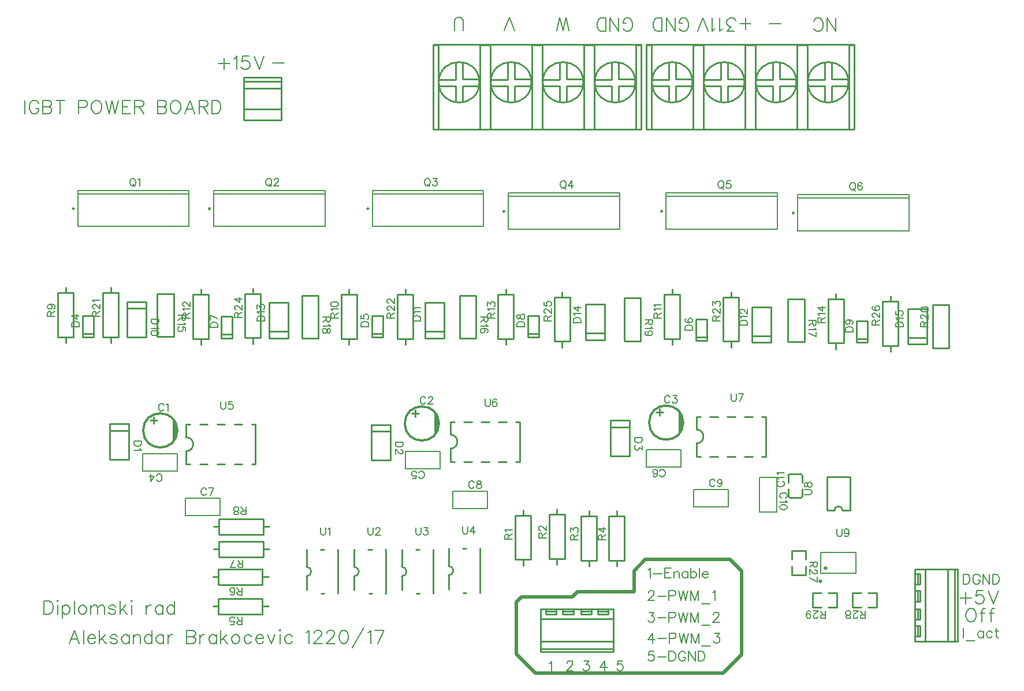
<source format=gto>
G04 Layer: TopSilkLayer*
G04 EasyEDA v6.4.23, 2021-09-03T20:22:04+02:00*
G04 df207e5be6814a9699ce4ef5e016687c,9749f264c22c4078942e6e06db5db619,10*
G04 Gerber Generator version 0.2*
G04 Scale: 100 percent, Rotated: No, Reflected: No *
G04 Dimensions in millimeters *
G04 leading zeros omitted , absolute positions ,4 integer and 5 decimal *
%FSLAX45Y45*%
%MOMM*%

%ADD10C,0.2540*%
%ADD17C,0.5000*%
%ADD20C,0.3000*%
%ADD36C,0.2007*%
%ADD37C,0.1524*%
%ADD38C,0.2489*%
%ADD39C,0.2032*%
%ADD40C,0.2000*%

%LPD*%
D39*
X16141700Y11123421D02*
G01*
X16141700Y11261852D01*
X16132556Y11289537D01*
X16114013Y11308079D01*
X16086327Y11317224D01*
X16067786Y11317224D01*
X16040100Y11308079D01*
X16021558Y11289537D01*
X16012413Y11261852D01*
X16012413Y11123421D01*
X16891000Y11123302D02*
G01*
X16817086Y11317358D01*
X16743172Y11123302D02*
G01*
X16817086Y11317358D01*
X17691178Y11123302D02*
G01*
X17644950Y11317358D01*
X17598722Y11123302D02*
G01*
X17644950Y11317358D01*
X17598722Y11123302D02*
G01*
X17552494Y11317358D01*
X17506266Y11123302D02*
G01*
X17552494Y11317358D01*
X18479731Y11156830D02*
G01*
X18488875Y11138288D01*
X18507417Y11120000D01*
X18525959Y11110602D01*
X18562789Y11110602D01*
X18581331Y11120000D01*
X18599619Y11138288D01*
X18609017Y11156830D01*
X18618161Y11184516D01*
X18618161Y11230744D01*
X18609017Y11258430D01*
X18599619Y11276972D01*
X18581331Y11295260D01*
X18562789Y11304658D01*
X18525959Y11304658D01*
X18507417Y11295260D01*
X18488875Y11276972D01*
X18479731Y11258430D01*
X18479731Y11230744D01*
X18525959Y11230744D02*
G01*
X18479731Y11230744D01*
X18418771Y11110602D02*
G01*
X18418771Y11304658D01*
X18418771Y11110602D02*
G01*
X18289485Y11304658D01*
X18289485Y11110602D02*
G01*
X18289485Y11304658D01*
X18228525Y11110602D02*
G01*
X18228525Y11304658D01*
X18228525Y11110602D02*
G01*
X18163755Y11110602D01*
X18136069Y11120000D01*
X18117527Y11138288D01*
X18108383Y11156830D01*
X18099239Y11184516D01*
X18099239Y11230744D01*
X18108383Y11258430D01*
X18117527Y11276972D01*
X18136069Y11295260D01*
X18163755Y11304658D01*
X18228525Y11304658D01*
X19305082Y11156830D02*
G01*
X19314480Y11138288D01*
X19332768Y11120000D01*
X19351310Y11110602D01*
X19388394Y11110602D01*
X19406682Y11120000D01*
X19425224Y11138288D01*
X19434368Y11156830D01*
X19443766Y11184516D01*
X19443766Y11230744D01*
X19434368Y11258430D01*
X19425224Y11276972D01*
X19406682Y11295260D01*
X19388394Y11304658D01*
X19351310Y11304658D01*
X19332768Y11295260D01*
X19314480Y11276972D01*
X19305082Y11258430D01*
X19305082Y11230744D01*
X19351310Y11230744D02*
G01*
X19305082Y11230744D01*
X19244122Y11110602D02*
G01*
X19244122Y11304658D01*
X19244122Y11110602D02*
G01*
X19114836Y11304658D01*
X19114836Y11110602D02*
G01*
X19114836Y11304658D01*
X19053876Y11110602D02*
G01*
X19053876Y11304658D01*
X19053876Y11110602D02*
G01*
X18989360Y11110602D01*
X18961674Y11120000D01*
X18943132Y11138288D01*
X18933734Y11156830D01*
X18924590Y11184516D01*
X18924590Y11230744D01*
X18933734Y11258430D01*
X18943132Y11276972D01*
X18961674Y11295260D01*
X18989360Y11304658D01*
X19053876Y11304658D01*
X20274854Y11138423D02*
G01*
X20274854Y11304539D01*
X20358166Y11221481D02*
G01*
X20191796Y11221481D01*
X20112294Y11110737D02*
G01*
X20010694Y11110737D01*
X20066320Y11184651D01*
X20038634Y11184651D01*
X20020092Y11193795D01*
X20010694Y11202939D01*
X20001550Y11230625D01*
X20001550Y11249167D01*
X20010694Y11276853D01*
X20029236Y11295395D01*
X20056922Y11304539D01*
X20084608Y11304539D01*
X20112294Y11295395D01*
X20121692Y11286251D01*
X20130836Y11267709D01*
X19940590Y11147567D02*
G01*
X19922048Y11138423D01*
X19894362Y11110737D01*
X19894362Y11304539D01*
X19833402Y11147567D02*
G01*
X19815114Y11138423D01*
X19787174Y11110737D01*
X19787174Y11304539D01*
X19726214Y11110737D02*
G01*
X19652554Y11304539D01*
X19578640Y11110737D02*
G01*
X19652554Y11304539D01*
X20624733Y11219418D02*
G01*
X20791103Y11219418D01*
X21602611Y11110747D02*
G01*
X21602611Y11304549D01*
X21602611Y11110747D02*
G01*
X21473325Y11304549D01*
X21473325Y11110747D02*
G01*
X21473325Y11304549D01*
X21273935Y11156721D02*
G01*
X21283079Y11138433D01*
X21301621Y11119891D01*
X21320163Y11110747D01*
X21356993Y11110747D01*
X21375535Y11119891D01*
X21394077Y11138433D01*
X21403221Y11156721D01*
X21412365Y11184661D01*
X21412365Y11230635D01*
X21403221Y11258321D01*
X21394077Y11276863D01*
X21375535Y11295405D01*
X21356993Y11304549D01*
X21320163Y11304549D01*
X21301621Y11295405D01*
X21283079Y11276863D01*
X21273935Y11258321D01*
X23469600Y3148584D02*
G01*
X23469600Y3005328D01*
X23469600Y3148584D02*
G01*
X23517352Y3148584D01*
X23537672Y3141726D01*
X23551388Y3128010D01*
X23558245Y3114547D01*
X23565104Y3093973D01*
X23565104Y3059937D01*
X23558245Y3039363D01*
X23551388Y3025902D01*
X23537672Y3012186D01*
X23517352Y3005328D01*
X23469600Y3005328D01*
X23712424Y3114547D02*
G01*
X23705566Y3128010D01*
X23691850Y3141726D01*
X23678134Y3148584D01*
X23650956Y3148584D01*
X23637240Y3141726D01*
X23623777Y3128010D01*
X23616920Y3114547D01*
X23610061Y3093973D01*
X23610061Y3059937D01*
X23616920Y3039363D01*
X23623777Y3025902D01*
X23637240Y3012186D01*
X23650956Y3005328D01*
X23678134Y3005328D01*
X23691850Y3012186D01*
X23705566Y3025902D01*
X23712424Y3039363D01*
X23712424Y3059937D01*
X23678134Y3059937D02*
G01*
X23712424Y3059937D01*
X23757381Y3148584D02*
G01*
X23757381Y3005328D01*
X23757381Y3148584D02*
G01*
X23852886Y3005328D01*
X23852886Y3148584D02*
G01*
X23852886Y3005328D01*
X23897843Y3148584D02*
G01*
X23897843Y3005328D01*
X23897843Y3148584D02*
G01*
X23945595Y3148584D01*
X23965916Y3141726D01*
X23979631Y3128010D01*
X23986490Y3114547D01*
X23993348Y3093973D01*
X23993348Y3059937D01*
X23986490Y3039363D01*
X23979631Y3025902D01*
X23965916Y3012186D01*
X23945595Y3005328D01*
X23897843Y3005328D01*
X23501858Y2882392D02*
G01*
X23501858Y2716276D01*
X23418800Y2799334D02*
G01*
X23585170Y2799334D01*
X23756874Y2910078D02*
G01*
X23664418Y2910078D01*
X23655274Y2827020D01*
X23664418Y2836163D01*
X23692104Y2845562D01*
X23719790Y2845562D01*
X23747729Y2836163D01*
X23766018Y2817876D01*
X23775416Y2790189D01*
X23775416Y2771647D01*
X23766018Y2743962D01*
X23747729Y2725420D01*
X23719790Y2716276D01*
X23692104Y2716276D01*
X23664418Y2725420D01*
X23655274Y2734563D01*
X23646129Y2753105D01*
X23836375Y2910078D02*
G01*
X23910290Y2716276D01*
X23983950Y2910078D02*
G01*
X23910290Y2716276D01*
X23563072Y2643378D02*
G01*
X23544529Y2634234D01*
X23526241Y2615692D01*
X23516843Y2597150D01*
X23507700Y2569463D01*
X23507700Y2523489D01*
X23516843Y2495550D01*
X23526241Y2477262D01*
X23544529Y2458720D01*
X23563072Y2449576D01*
X23600156Y2449576D01*
X23618443Y2458720D01*
X23636986Y2477262D01*
X23646129Y2495550D01*
X23655527Y2523489D01*
X23655527Y2569463D01*
X23646129Y2597150D01*
X23636986Y2615692D01*
X23618443Y2634234D01*
X23600156Y2643378D01*
X23563072Y2643378D01*
X23790402Y2643378D02*
G01*
X23771859Y2643378D01*
X23753318Y2634234D01*
X23744174Y2606547D01*
X23744174Y2449576D01*
X23716488Y2578862D02*
G01*
X23781004Y2578862D01*
X23925275Y2643378D02*
G01*
X23906734Y2643378D01*
X23888191Y2634234D01*
X23879048Y2606547D01*
X23879048Y2449576D01*
X23851361Y2578862D02*
G01*
X23915877Y2578862D01*
D40*
X23469600Y2361184D02*
G01*
X23469600Y2217928D01*
X23514558Y2170176D02*
G01*
X23637240Y2170176D01*
X23764240Y2313431D02*
G01*
X23764240Y2217928D01*
X23764240Y2292857D02*
G01*
X23750524Y2306573D01*
X23736808Y2313431D01*
X23716488Y2313431D01*
X23702772Y2306573D01*
X23689056Y2292857D01*
X23682452Y2272537D01*
X23682452Y2258821D01*
X23689056Y2238502D01*
X23702772Y2224786D01*
X23716488Y2217928D01*
X23736808Y2217928D01*
X23750524Y2224786D01*
X23764240Y2238502D01*
X23890986Y2292857D02*
G01*
X23877270Y2306573D01*
X23863808Y2313431D01*
X23843234Y2313431D01*
X23829518Y2306573D01*
X23816056Y2292857D01*
X23809198Y2272537D01*
X23809198Y2258821D01*
X23816056Y2238502D01*
X23829518Y2224786D01*
X23843234Y2217928D01*
X23863808Y2217928D01*
X23877270Y2224786D01*
X23890986Y2238502D01*
X23956518Y2361184D02*
G01*
X23956518Y2245360D01*
X23963122Y2224786D01*
X23976838Y2217928D01*
X23990554Y2217928D01*
X23935943Y2313431D02*
G01*
X23983695Y2313431D01*
X18846800Y3210305D02*
G01*
X18860516Y3216910D01*
X18880836Y3237484D01*
X18880836Y3094228D01*
X18925793Y3155695D02*
G01*
X19048729Y3155695D01*
X19093688Y3237484D02*
G01*
X19093688Y3094228D01*
X19093688Y3237484D02*
G01*
X19182334Y3237484D01*
X19093688Y3169157D02*
G01*
X19148043Y3169157D01*
X19093688Y3094228D02*
G01*
X19182334Y3094228D01*
X19227291Y3189731D02*
G01*
X19227291Y3094228D01*
X19227291Y3162554D02*
G01*
X19247611Y3182873D01*
X19261327Y3189731D01*
X19281902Y3189731D01*
X19295363Y3182873D01*
X19302222Y3162554D01*
X19302222Y3094228D01*
X19428968Y3189731D02*
G01*
X19428968Y3094228D01*
X19428968Y3169157D02*
G01*
X19415506Y3182873D01*
X19401790Y3189731D01*
X19381470Y3189731D01*
X19367754Y3182873D01*
X19354038Y3169157D01*
X19347179Y3148837D01*
X19347179Y3135121D01*
X19354038Y3114802D01*
X19367754Y3101086D01*
X19381470Y3094228D01*
X19401790Y3094228D01*
X19415506Y3101086D01*
X19428968Y3114802D01*
X19474179Y3237484D02*
G01*
X19474179Y3094228D01*
X19474179Y3169157D02*
G01*
X19487641Y3182873D01*
X19501358Y3189731D01*
X19521677Y3189731D01*
X19535393Y3182873D01*
X19549109Y3169157D01*
X19555968Y3148837D01*
X19555968Y3135121D01*
X19549109Y3114802D01*
X19535393Y3101086D01*
X19521677Y3094228D01*
X19501358Y3094228D01*
X19487641Y3101086D01*
X19474179Y3114802D01*
X19600925Y3237484D02*
G01*
X19600925Y3094228D01*
X19645884Y3148837D02*
G01*
X19727672Y3148837D01*
X19727672Y3162554D01*
X19720813Y3176015D01*
X19713956Y3182873D01*
X19700493Y3189731D01*
X19679920Y3189731D01*
X19666458Y3182873D01*
X19652741Y3169157D01*
X19645884Y3148837D01*
X19645884Y3135121D01*
X19652741Y3114802D01*
X19666458Y3101086D01*
X19679920Y3094228D01*
X19700493Y3094228D01*
X19713956Y3101086D01*
X19727672Y3114802D01*
X18853658Y2873247D02*
G01*
X18853658Y2880105D01*
X18860516Y2893568D01*
X18867374Y2900426D01*
X18880836Y2907284D01*
X18908268Y2907284D01*
X18921729Y2900426D01*
X18928588Y2893568D01*
X18935445Y2880105D01*
X18935445Y2866389D01*
X18928588Y2852673D01*
X18914872Y2832354D01*
X18846800Y2764028D01*
X18942304Y2764028D01*
X18987261Y2825495D02*
G01*
X19109943Y2825495D01*
X19154902Y2907284D02*
G01*
X19154902Y2764028D01*
X19154902Y2907284D02*
G01*
X19216370Y2907284D01*
X19236690Y2900426D01*
X19243548Y2893568D01*
X19250406Y2880105D01*
X19250406Y2859531D01*
X19243548Y2845815D01*
X19236690Y2838957D01*
X19216370Y2832354D01*
X19154902Y2832354D01*
X19295363Y2907284D02*
G01*
X19329654Y2764028D01*
X19363690Y2907284D02*
G01*
X19329654Y2764028D01*
X19363690Y2907284D02*
G01*
X19397725Y2764028D01*
X19431761Y2907284D02*
G01*
X19397725Y2764028D01*
X19476720Y2907284D02*
G01*
X19476720Y2764028D01*
X19476720Y2907284D02*
G01*
X19531329Y2764028D01*
X19585940Y2907284D02*
G01*
X19531329Y2764028D01*
X19585940Y2907284D02*
G01*
X19585940Y2764028D01*
X19630898Y2716276D02*
G01*
X19753579Y2716276D01*
X19798538Y2880105D02*
G01*
X19812254Y2886710D01*
X19832827Y2907284D01*
X19832827Y2764028D01*
X18860516Y2589784D02*
G01*
X18935445Y2589784D01*
X18894552Y2535173D01*
X18914872Y2535173D01*
X18928588Y2528315D01*
X18935445Y2521457D01*
X18942304Y2501137D01*
X18942304Y2487421D01*
X18935445Y2467102D01*
X18921729Y2453386D01*
X18901409Y2446528D01*
X18880836Y2446528D01*
X18860516Y2453386D01*
X18853658Y2460244D01*
X18846800Y2473960D01*
X18987261Y2507995D02*
G01*
X19109943Y2507995D01*
X19154902Y2589784D02*
G01*
X19154902Y2446528D01*
X19154902Y2589784D02*
G01*
X19216370Y2589784D01*
X19236690Y2582926D01*
X19243548Y2576068D01*
X19250406Y2562605D01*
X19250406Y2542031D01*
X19243548Y2528315D01*
X19236690Y2521457D01*
X19216370Y2514854D01*
X19154902Y2514854D01*
X19295363Y2589784D02*
G01*
X19329654Y2446528D01*
X19363690Y2589784D02*
G01*
X19329654Y2446528D01*
X19363690Y2589784D02*
G01*
X19397725Y2446528D01*
X19431761Y2589784D02*
G01*
X19397725Y2446528D01*
X19476720Y2589784D02*
G01*
X19476720Y2446528D01*
X19476720Y2589784D02*
G01*
X19531329Y2446528D01*
X19585940Y2589784D02*
G01*
X19531329Y2446528D01*
X19585940Y2589784D02*
G01*
X19585940Y2446528D01*
X19630898Y2398776D02*
G01*
X19753579Y2398776D01*
X19805395Y2555747D02*
G01*
X19805395Y2562605D01*
X19812254Y2576068D01*
X19819111Y2582926D01*
X19832827Y2589784D01*
X19860006Y2589784D01*
X19873722Y2582926D01*
X19880325Y2576068D01*
X19887184Y2562605D01*
X19887184Y2548889D01*
X19880325Y2535173D01*
X19866863Y2514854D01*
X19798538Y2446528D01*
X19894041Y2446528D01*
X18914872Y2284984D02*
G01*
X18846800Y2189479D01*
X18949161Y2189479D01*
X18914872Y2284984D02*
G01*
X18914872Y2141728D01*
X18994120Y2203195D02*
G01*
X19116802Y2203195D01*
X19161759Y2284984D02*
G01*
X19161759Y2141728D01*
X19161759Y2284984D02*
G01*
X19223227Y2284984D01*
X19243548Y2278126D01*
X19250406Y2271268D01*
X19257263Y2257805D01*
X19257263Y2237231D01*
X19250406Y2223515D01*
X19243548Y2216657D01*
X19223227Y2210054D01*
X19161759Y2210054D01*
X19302222Y2284984D02*
G01*
X19336258Y2141728D01*
X19370548Y2284984D02*
G01*
X19336258Y2141728D01*
X19370548Y2284984D02*
G01*
X19404584Y2141728D01*
X19438620Y2284984D02*
G01*
X19404584Y2141728D01*
X19483577Y2284984D02*
G01*
X19483577Y2141728D01*
X19483577Y2284984D02*
G01*
X19538188Y2141728D01*
X19592798Y2284984D02*
G01*
X19538188Y2141728D01*
X19592798Y2284984D02*
G01*
X19592798Y2141728D01*
X19637756Y2093976D02*
G01*
X19760438Y2093976D01*
X19819111Y2284984D02*
G01*
X19894041Y2284984D01*
X19853148Y2230373D01*
X19873722Y2230373D01*
X19887184Y2223515D01*
X19894041Y2216657D01*
X19900900Y2196337D01*
X19900900Y2182621D01*
X19894041Y2162302D01*
X19880325Y2148586D01*
X19860006Y2141728D01*
X19839431Y2141728D01*
X19819111Y2148586D01*
X19812254Y2155444D01*
X19805395Y2169160D01*
X17399000Y1838705D02*
G01*
X17412716Y1845310D01*
X17433036Y1865884D01*
X17433036Y1722628D01*
X17659858Y1844547D02*
G01*
X17659858Y1851405D01*
X17666716Y1864868D01*
X17673574Y1871726D01*
X17687036Y1878584D01*
X17714468Y1878584D01*
X17727929Y1871726D01*
X17734788Y1864868D01*
X17741645Y1851405D01*
X17741645Y1837689D01*
X17734788Y1823973D01*
X17721072Y1803654D01*
X17653000Y1735328D01*
X17748504Y1735328D01*
X17908016Y1878584D02*
G01*
X17982945Y1878584D01*
X17942052Y1823973D01*
X17962372Y1823973D01*
X17976088Y1817115D01*
X17982945Y1810257D01*
X17989804Y1789937D01*
X17989804Y1776221D01*
X17982945Y1755902D01*
X17969229Y1742186D01*
X17948909Y1735328D01*
X17928336Y1735328D01*
X17908016Y1742186D01*
X17901158Y1749044D01*
X17894300Y1762760D01*
X18216372Y1878584D02*
G01*
X18148300Y1783079D01*
X18250661Y1783079D01*
X18216372Y1878584D02*
G01*
X18216372Y1735328D01*
D39*
X12630658Y10718292D02*
G01*
X12630658Y10552176D01*
X12547600Y10635234D02*
G01*
X12713970Y10635234D01*
X12774929Y10709147D02*
G01*
X12793218Y10718292D01*
X12820904Y10745978D01*
X12820904Y10552176D01*
X12992861Y10745978D02*
G01*
X12900406Y10745978D01*
X12891261Y10662920D01*
X12900406Y10672063D01*
X12928091Y10681462D01*
X12955777Y10681462D01*
X12983463Y10672063D01*
X13002006Y10653776D01*
X13011150Y10626089D01*
X13011150Y10607547D01*
X13002006Y10579862D01*
X12983463Y10561320D01*
X12955777Y10552176D01*
X12928091Y10552176D01*
X12900406Y10561320D01*
X12891261Y10570463D01*
X12881863Y10589005D01*
X13072109Y10745978D02*
G01*
X13146024Y10552176D01*
X13219938Y10745978D02*
G01*
X13146024Y10552176D01*
X13347700Y10647934D02*
G01*
X13514070Y10647934D01*
X9715500Y10098278D02*
G01*
X9715500Y9904476D01*
X9914890Y10052050D02*
G01*
X9905745Y10070592D01*
X9887204Y10089134D01*
X9868915Y10098278D01*
X9831831Y10098278D01*
X9813290Y10089134D01*
X9795002Y10070592D01*
X9785604Y10052050D01*
X9776459Y10024363D01*
X9776459Y9978389D01*
X9785604Y9950450D01*
X9795002Y9932162D01*
X9813290Y9913620D01*
X9831831Y9904476D01*
X9868915Y9904476D01*
X9887204Y9913620D01*
X9905745Y9932162D01*
X9914890Y9950450D01*
X9914890Y9978389D01*
X9868915Y9978389D02*
G01*
X9914890Y9978389D01*
X9975850Y10098278D02*
G01*
X9975850Y9904476D01*
X9975850Y10098278D02*
G01*
X10059161Y10098278D01*
X10086847Y10089134D01*
X10095991Y10079989D01*
X10105390Y10061447D01*
X10105390Y10042905D01*
X10095991Y10024363D01*
X10086847Y10015220D01*
X10059161Y10006076D01*
X9975850Y10006076D02*
G01*
X10059161Y10006076D01*
X10086847Y9996678D01*
X10095991Y9987534D01*
X10105390Y9968992D01*
X10105390Y9941305D01*
X10095991Y9922763D01*
X10086847Y9913620D01*
X10059161Y9904476D01*
X9975850Y9904476D01*
X10230865Y10098278D02*
G01*
X10230865Y9904476D01*
X10166350Y10098278D02*
G01*
X10295636Y10098278D01*
X10498836Y10098278D02*
G01*
X10498836Y9904476D01*
X10498836Y10098278D02*
G01*
X10581893Y10098278D01*
X10609579Y10089134D01*
X10618724Y10079989D01*
X10628122Y10061447D01*
X10628122Y10033762D01*
X10618724Y10015220D01*
X10609579Y10006076D01*
X10581893Y9996678D01*
X10498836Y9996678D01*
X10744454Y10098278D02*
G01*
X10725911Y10089134D01*
X10707370Y10070592D01*
X10698225Y10052050D01*
X10689081Y10024363D01*
X10689081Y9978389D01*
X10698225Y9950450D01*
X10707370Y9932162D01*
X10725911Y9913620D01*
X10744454Y9904476D01*
X10781284Y9904476D01*
X10799825Y9913620D01*
X10818368Y9932162D01*
X10827511Y9950450D01*
X10836909Y9978389D01*
X10836909Y10024363D01*
X10827511Y10052050D01*
X10818368Y10070592D01*
X10799825Y10089134D01*
X10781284Y10098278D01*
X10744454Y10098278D01*
X10897870Y10098278D02*
G01*
X10943843Y9904476D01*
X10990072Y10098278D02*
G01*
X10943843Y9904476D01*
X10990072Y10098278D02*
G01*
X11036300Y9904476D01*
X11082527Y10098278D02*
G01*
X11036300Y9904476D01*
X11143488Y10098278D02*
G01*
X11143488Y9904476D01*
X11143488Y10098278D02*
G01*
X11263629Y10098278D01*
X11143488Y10006076D02*
G01*
X11217402Y10006076D01*
X11143488Y9904476D02*
G01*
X11263629Y9904476D01*
X11324590Y10098278D02*
G01*
X11324590Y9904476D01*
X11324590Y10098278D02*
G01*
X11407647Y10098278D01*
X11435334Y10089134D01*
X11444477Y10079989D01*
X11453875Y10061447D01*
X11453875Y10042905D01*
X11444477Y10024363D01*
X11435334Y10015220D01*
X11407647Y10006076D01*
X11324590Y10006076D01*
X11389106Y10006076D02*
G01*
X11453875Y9904476D01*
X11657075Y10098278D02*
G01*
X11657075Y9904476D01*
X11657075Y10098278D02*
G01*
X11740134Y10098278D01*
X11767820Y10089134D01*
X11776963Y10079989D01*
X11786361Y10061447D01*
X11786361Y10042905D01*
X11776963Y10024363D01*
X11767820Y10015220D01*
X11740134Y10006076D01*
X11657075Y10006076D02*
G01*
X11740134Y10006076D01*
X11767820Y9996678D01*
X11776963Y9987534D01*
X11786361Y9968992D01*
X11786361Y9941305D01*
X11776963Y9922763D01*
X11767820Y9913620D01*
X11740134Y9904476D01*
X11657075Y9904476D01*
X11902693Y10098278D02*
G01*
X11884152Y10089134D01*
X11865609Y10070592D01*
X11856465Y10052050D01*
X11847322Y10024363D01*
X11847322Y9978389D01*
X11856465Y9950450D01*
X11865609Y9932162D01*
X11884152Y9913620D01*
X11902693Y9904476D01*
X11939524Y9904476D01*
X11958065Y9913620D01*
X11976608Y9932162D01*
X11985752Y9950450D01*
X11995150Y9978389D01*
X11995150Y10024363D01*
X11985752Y10052050D01*
X11976608Y10070592D01*
X11958065Y10089134D01*
X11939524Y10098278D01*
X11902693Y10098278D01*
X12129770Y10098278D02*
G01*
X12056109Y9904476D01*
X12129770Y10098278D02*
G01*
X12203684Y9904476D01*
X12083795Y9968992D02*
G01*
X12175997Y9968992D01*
X12264643Y10098278D02*
G01*
X12264643Y9904476D01*
X12264643Y10098278D02*
G01*
X12347956Y10098278D01*
X12375641Y10089134D01*
X12384786Y10079989D01*
X12393929Y10061447D01*
X12393929Y10042905D01*
X12384786Y10024363D01*
X12375641Y10015220D01*
X12347956Y10006076D01*
X12264643Y10006076D01*
X12329413Y10006076D02*
G01*
X12393929Y9904476D01*
X12454890Y10098278D02*
G01*
X12454890Y9904476D01*
X12454890Y10098278D02*
G01*
X12519659Y10098278D01*
X12547345Y10089134D01*
X12565888Y10070592D01*
X12575031Y10052050D01*
X12584429Y10024363D01*
X12584429Y9978389D01*
X12575031Y9950450D01*
X12565888Y9932162D01*
X12547345Y9913620D01*
X12519659Y9904476D01*
X12454890Y9904476D01*
X9994900Y2757678D02*
G01*
X9994900Y2563876D01*
X9994900Y2757678D02*
G01*
X10059670Y2757678D01*
X10087356Y2748534D01*
X10105643Y2729992D01*
X10115041Y2711450D01*
X10124186Y2683763D01*
X10124186Y2637789D01*
X10115041Y2609850D01*
X10105643Y2591562D01*
X10087356Y2573020D01*
X10059670Y2563876D01*
X9994900Y2563876D01*
X10185145Y2757678D02*
G01*
X10194290Y2748534D01*
X10203688Y2757678D01*
X10194290Y2767076D01*
X10185145Y2757678D01*
X10194290Y2693162D02*
G01*
X10194290Y2563876D01*
X10264647Y2693162D02*
G01*
X10264647Y2499105D01*
X10264647Y2665476D02*
G01*
X10283190Y2683763D01*
X10301477Y2693162D01*
X10329163Y2693162D01*
X10347706Y2683763D01*
X10366247Y2665476D01*
X10375391Y2637789D01*
X10375391Y2619247D01*
X10366247Y2591562D01*
X10347706Y2573020D01*
X10329163Y2563876D01*
X10301477Y2563876D01*
X10283190Y2573020D01*
X10264647Y2591562D01*
X10436352Y2757678D02*
G01*
X10436352Y2563876D01*
X10543540Y2693162D02*
G01*
X10524997Y2683763D01*
X10506709Y2665476D01*
X10497311Y2637789D01*
X10497311Y2619247D01*
X10506709Y2591562D01*
X10524997Y2573020D01*
X10543540Y2563876D01*
X10571225Y2563876D01*
X10589768Y2573020D01*
X10608309Y2591562D01*
X10617454Y2619247D01*
X10617454Y2637789D01*
X10608309Y2665476D01*
X10589768Y2683763D01*
X10571225Y2693162D01*
X10543540Y2693162D01*
X10678413Y2693162D02*
G01*
X10678413Y2563876D01*
X10678413Y2656078D02*
G01*
X10706100Y2683763D01*
X10724641Y2693162D01*
X10752327Y2693162D01*
X10770870Y2683763D01*
X10780013Y2656078D01*
X10780013Y2563876D01*
X10780013Y2656078D02*
G01*
X10807700Y2683763D01*
X10826241Y2693162D01*
X10853927Y2693162D01*
X10872470Y2683763D01*
X10881613Y2656078D01*
X10881613Y2563876D01*
X11044174Y2665476D02*
G01*
X11035029Y2683763D01*
X11007090Y2693162D01*
X10979404Y2693162D01*
X10951718Y2683763D01*
X10942574Y2665476D01*
X10951718Y2646934D01*
X10970259Y2637789D01*
X11016488Y2628392D01*
X11035029Y2619247D01*
X11044174Y2600705D01*
X11044174Y2591562D01*
X11035029Y2573020D01*
X11007090Y2563876D01*
X10979404Y2563876D01*
X10951718Y2573020D01*
X10942574Y2591562D01*
X11105134Y2757678D02*
G01*
X11105134Y2563876D01*
X11197590Y2693162D02*
G01*
X11105134Y2600705D01*
X11141963Y2637789D02*
G01*
X11206734Y2563876D01*
X11267693Y2757678D02*
G01*
X11276838Y2748534D01*
X11286236Y2757678D01*
X11276838Y2767076D01*
X11267693Y2757678D01*
X11276838Y2693162D02*
G01*
X11276838Y2563876D01*
X11489436Y2693162D02*
G01*
X11489436Y2563876D01*
X11489436Y2637789D02*
G01*
X11498579Y2665476D01*
X11517122Y2683763D01*
X11535409Y2693162D01*
X11563350Y2693162D01*
X11735054Y2693162D02*
G01*
X11735054Y2563876D01*
X11735054Y2665476D02*
G01*
X11716511Y2683763D01*
X11697970Y2693162D01*
X11670284Y2693162D01*
X11651995Y2683763D01*
X11633454Y2665476D01*
X11624309Y2637789D01*
X11624309Y2619247D01*
X11633454Y2591562D01*
X11651995Y2573020D01*
X11670284Y2563876D01*
X11697970Y2563876D01*
X11716511Y2573020D01*
X11735054Y2591562D01*
X11906758Y2757678D02*
G01*
X11906758Y2563876D01*
X11906758Y2665476D02*
G01*
X11888470Y2683763D01*
X11869927Y2693162D01*
X11842241Y2693162D01*
X11823700Y2683763D01*
X11805158Y2665476D01*
X11796013Y2637789D01*
X11796013Y2619247D01*
X11805158Y2591562D01*
X11823700Y2573020D01*
X11842241Y2563876D01*
X11869927Y2563876D01*
X11888470Y2573020D01*
X11906758Y2591562D01*
X10437113Y2325878D02*
G01*
X10363200Y2132076D01*
X10437113Y2325878D02*
G01*
X10511027Y2132076D01*
X10390886Y2196592D02*
G01*
X10483341Y2196592D01*
X10571988Y2325878D02*
G01*
X10571988Y2132076D01*
X10632947Y2205989D02*
G01*
X10743691Y2205989D01*
X10743691Y2224278D01*
X10734547Y2242820D01*
X10725150Y2251963D01*
X10706861Y2261362D01*
X10679175Y2261362D01*
X10660634Y2251963D01*
X10642091Y2233676D01*
X10632947Y2205989D01*
X10632947Y2187447D01*
X10642091Y2159762D01*
X10660634Y2141220D01*
X10679175Y2132076D01*
X10706861Y2132076D01*
X10725150Y2141220D01*
X10743691Y2159762D01*
X10804652Y2325878D02*
G01*
X10804652Y2132076D01*
X10897108Y2261362D02*
G01*
X10804652Y2168905D01*
X10841736Y2205989D02*
G01*
X10906252Y2132076D01*
X11068811Y2233676D02*
G01*
X11059668Y2251963D01*
X11031981Y2261362D01*
X11004295Y2261362D01*
X10976609Y2251963D01*
X10967211Y2233676D01*
X10976609Y2215134D01*
X10994897Y2205989D01*
X11041125Y2196592D01*
X11059668Y2187447D01*
X11068811Y2168905D01*
X11068811Y2159762D01*
X11059668Y2141220D01*
X11031981Y2132076D01*
X11004295Y2132076D01*
X10976609Y2141220D01*
X10967211Y2159762D01*
X11240770Y2261362D02*
G01*
X11240770Y2132076D01*
X11240770Y2233676D02*
G01*
X11222227Y2251963D01*
X11203686Y2261362D01*
X11176000Y2261362D01*
X11157458Y2251963D01*
X11139170Y2233676D01*
X11129772Y2205989D01*
X11129772Y2187447D01*
X11139170Y2159762D01*
X11157458Y2141220D01*
X11176000Y2132076D01*
X11203686Y2132076D01*
X11222227Y2141220D01*
X11240770Y2159762D01*
X11301729Y2261362D02*
G01*
X11301729Y2132076D01*
X11301729Y2224278D02*
G01*
X11329415Y2251963D01*
X11347704Y2261362D01*
X11375390Y2261362D01*
X11393931Y2251963D01*
X11403329Y2224278D01*
X11403329Y2132076D01*
X11575034Y2325878D02*
G01*
X11575034Y2132076D01*
X11575034Y2233676D02*
G01*
X11556491Y2251963D01*
X11537950Y2261362D01*
X11510263Y2261362D01*
X11491975Y2251963D01*
X11473434Y2233676D01*
X11464290Y2205989D01*
X11464290Y2187447D01*
X11473434Y2159762D01*
X11491975Y2141220D01*
X11510263Y2132076D01*
X11537950Y2132076D01*
X11556491Y2141220D01*
X11575034Y2159762D01*
X11746738Y2261362D02*
G01*
X11746738Y2132076D01*
X11746738Y2233676D02*
G01*
X11728450Y2251963D01*
X11709908Y2261362D01*
X11682222Y2261362D01*
X11663679Y2251963D01*
X11645138Y2233676D01*
X11635993Y2205989D01*
X11635993Y2187447D01*
X11645138Y2159762D01*
X11663679Y2141220D01*
X11682222Y2132076D01*
X11709908Y2132076D01*
X11728450Y2141220D01*
X11746738Y2159762D01*
X11807697Y2261362D02*
G01*
X11807697Y2132076D01*
X11807697Y2205989D02*
G01*
X11817095Y2233676D01*
X11835384Y2251963D01*
X11853925Y2261362D01*
X11881611Y2261362D01*
X12084811Y2325878D02*
G01*
X12084811Y2132076D01*
X12084811Y2325878D02*
G01*
X12167870Y2325878D01*
X12195809Y2316734D01*
X12204954Y2307589D01*
X12214097Y2289047D01*
X12214097Y2270505D01*
X12204954Y2251963D01*
X12195809Y2242820D01*
X12167870Y2233676D01*
X12084811Y2233676D02*
G01*
X12167870Y2233676D01*
X12195809Y2224278D01*
X12204954Y2215134D01*
X12214097Y2196592D01*
X12214097Y2168905D01*
X12204954Y2150363D01*
X12195809Y2141220D01*
X12167870Y2132076D01*
X12084811Y2132076D01*
X12275058Y2261362D02*
G01*
X12275058Y2132076D01*
X12275058Y2205989D02*
G01*
X12284456Y2233676D01*
X12302743Y2251963D01*
X12321286Y2261362D01*
X12348972Y2261362D01*
X12520929Y2261362D02*
G01*
X12520929Y2132076D01*
X12520929Y2233676D02*
G01*
X12502388Y2251963D01*
X12483845Y2261362D01*
X12456159Y2261362D01*
X12437618Y2251963D01*
X12419329Y2233676D01*
X12409931Y2205989D01*
X12409931Y2187447D01*
X12419329Y2159762D01*
X12437618Y2141220D01*
X12456159Y2132076D01*
X12483845Y2132076D01*
X12502388Y2141220D01*
X12520929Y2159762D01*
X12581890Y2325878D02*
G01*
X12581890Y2132076D01*
X12674091Y2261362D02*
G01*
X12581890Y2168905D01*
X12618720Y2205989D02*
G01*
X12683490Y2132076D01*
X12790424Y2261362D02*
G01*
X12772136Y2251963D01*
X12753593Y2233676D01*
X12744450Y2205989D01*
X12744450Y2187447D01*
X12753593Y2159762D01*
X12772136Y2141220D01*
X12790424Y2132076D01*
X12818109Y2132076D01*
X12836652Y2141220D01*
X12855193Y2159762D01*
X12864338Y2187447D01*
X12864338Y2205989D01*
X12855193Y2233676D01*
X12836652Y2251963D01*
X12818109Y2261362D01*
X12790424Y2261362D01*
X13036295Y2233676D02*
G01*
X13017754Y2251963D01*
X12999211Y2261362D01*
X12971525Y2261362D01*
X12952984Y2251963D01*
X12934695Y2233676D01*
X12925297Y2205989D01*
X12925297Y2187447D01*
X12934695Y2159762D01*
X12952984Y2141220D01*
X12971525Y2132076D01*
X12999211Y2132076D01*
X13017754Y2141220D01*
X13036295Y2159762D01*
X13097256Y2205989D02*
G01*
X13208000Y2205989D01*
X13208000Y2224278D01*
X13198856Y2242820D01*
X13189458Y2251963D01*
X13171170Y2261362D01*
X13143229Y2261362D01*
X13124941Y2251963D01*
X13106400Y2233676D01*
X13097256Y2205989D01*
X13097256Y2187447D01*
X13106400Y2159762D01*
X13124941Y2141220D01*
X13143229Y2132076D01*
X13171170Y2132076D01*
X13189458Y2141220D01*
X13208000Y2159762D01*
X13268959Y2261362D02*
G01*
X13324331Y2132076D01*
X13379704Y2261362D02*
G01*
X13324331Y2132076D01*
X13440663Y2325878D02*
G01*
X13450061Y2316734D01*
X13459206Y2325878D01*
X13450061Y2335276D01*
X13440663Y2325878D01*
X13450061Y2261362D02*
G01*
X13450061Y2132076D01*
X13630909Y2233676D02*
G01*
X13612622Y2251963D01*
X13594079Y2261362D01*
X13566393Y2261362D01*
X13547852Y2251963D01*
X13529309Y2233676D01*
X13520166Y2205989D01*
X13520166Y2187447D01*
X13529309Y2159762D01*
X13547852Y2141220D01*
X13566393Y2132076D01*
X13594079Y2132076D01*
X13612622Y2141220D01*
X13630909Y2159762D01*
X13834109Y2289047D02*
G01*
X13852652Y2298192D01*
X13880338Y2325878D01*
X13880338Y2132076D01*
X13950695Y2279650D02*
G01*
X13950695Y2289047D01*
X13959840Y2307589D01*
X13968984Y2316734D01*
X13987525Y2325878D01*
X14024609Y2325878D01*
X14042897Y2316734D01*
X14052295Y2307589D01*
X14061440Y2289047D01*
X14061440Y2270505D01*
X14052295Y2251963D01*
X14033754Y2224278D01*
X13941297Y2132076D01*
X14070584Y2132076D01*
X14140941Y2279650D02*
G01*
X14140941Y2289047D01*
X14150086Y2307589D01*
X14159229Y2316734D01*
X14177772Y2325878D01*
X14214856Y2325878D01*
X14233143Y2316734D01*
X14242541Y2307589D01*
X14251686Y2289047D01*
X14251686Y2270505D01*
X14242541Y2251963D01*
X14224000Y2224278D01*
X14131543Y2132076D01*
X14260829Y2132076D01*
X14377416Y2325878D02*
G01*
X14349729Y2316734D01*
X14331188Y2289047D01*
X14321790Y2242820D01*
X14321790Y2215134D01*
X14331188Y2168905D01*
X14349729Y2141220D01*
X14377416Y2132076D01*
X14395704Y2132076D01*
X14423390Y2141220D01*
X14441931Y2168905D01*
X14451329Y2215134D01*
X14451329Y2242820D01*
X14441931Y2289047D01*
X14423390Y2316734D01*
X14395704Y2325878D01*
X14377416Y2325878D01*
X14678406Y2362962D02*
G01*
X14512290Y2067305D01*
X14739366Y2289047D02*
G01*
X14757908Y2298192D01*
X14785593Y2325878D01*
X14785593Y2132076D01*
X14975840Y2325878D02*
G01*
X14883384Y2132076D01*
X14846554Y2325878D02*
G01*
X14975840Y2325878D01*
D40*
X18928588Y2018284D02*
G01*
X18860516Y2018284D01*
X18853658Y1956815D01*
X18860516Y1963673D01*
X18880836Y1970531D01*
X18901409Y1970531D01*
X18921729Y1963673D01*
X18935445Y1949957D01*
X18942304Y1929637D01*
X18942304Y1915921D01*
X18935445Y1895602D01*
X18921729Y1881886D01*
X18901409Y1875028D01*
X18880836Y1875028D01*
X18860516Y1881886D01*
X18853658Y1888744D01*
X18846800Y1902460D01*
X18987261Y1936495D02*
G01*
X19109943Y1936495D01*
X19154902Y2018284D02*
G01*
X19154902Y1875028D01*
X19154902Y2018284D02*
G01*
X19202654Y2018284D01*
X19223227Y2011426D01*
X19236690Y1997710D01*
X19243548Y1984247D01*
X19250406Y1963673D01*
X19250406Y1929637D01*
X19243548Y1909063D01*
X19236690Y1895602D01*
X19223227Y1881886D01*
X19202654Y1875028D01*
X19154902Y1875028D01*
X19397725Y1984247D02*
G01*
X19390868Y1997710D01*
X19377152Y2011426D01*
X19363690Y2018284D01*
X19336258Y2018284D01*
X19322795Y2011426D01*
X19309079Y1997710D01*
X19302222Y1984247D01*
X19295363Y1963673D01*
X19295363Y1929637D01*
X19302222Y1909063D01*
X19309079Y1895602D01*
X19322795Y1881886D01*
X19336258Y1875028D01*
X19363690Y1875028D01*
X19377152Y1881886D01*
X19390868Y1895602D01*
X19397725Y1909063D01*
X19397725Y1929637D01*
X19363690Y1929637D02*
G01*
X19397725Y1929637D01*
X19442684Y2018284D02*
G01*
X19442684Y1875028D01*
X19442684Y2018284D02*
G01*
X19538188Y1875028D01*
X19538188Y2018284D02*
G01*
X19538188Y1875028D01*
X19583145Y2018284D02*
G01*
X19583145Y1875028D01*
X19583145Y2018284D02*
G01*
X19630898Y2018284D01*
X19651472Y2011426D01*
X19664934Y1997710D01*
X19671791Y1984247D01*
X19678650Y1963673D01*
X19678650Y1929637D01*
X19671791Y1909063D01*
X19664934Y1895602D01*
X19651472Y1881886D01*
X19630898Y1875028D01*
X19583145Y1875028D01*
X18471388Y1878584D02*
G01*
X18403316Y1878584D01*
X18396458Y1817115D01*
X18403316Y1823973D01*
X18423636Y1830831D01*
X18444209Y1830831D01*
X18464529Y1823973D01*
X18478245Y1810257D01*
X18485104Y1789937D01*
X18485104Y1776221D01*
X18478245Y1755902D01*
X18464529Y1742186D01*
X18444209Y1735328D01*
X18423636Y1735328D01*
X18403316Y1742186D01*
X18396458Y1749044D01*
X18389600Y1762760D01*
D37*
X11672315Y6889750D02*
G01*
X11563350Y6889750D01*
X11672315Y6889750D02*
G01*
X11672315Y6853428D01*
X11667236Y6837679D01*
X11656822Y6827520D01*
X11646408Y6822186D01*
X11630659Y6817105D01*
X11604752Y6817105D01*
X11589258Y6822186D01*
X11578843Y6827520D01*
X11568429Y6837679D01*
X11563350Y6853428D01*
X11563350Y6889750D01*
X11651488Y6782815D02*
G01*
X11656822Y6772402D01*
X11672315Y6756654D01*
X11563350Y6756654D01*
X11672315Y6691376D02*
G01*
X11667236Y6706870D01*
X11651488Y6717284D01*
X11625579Y6722363D01*
X11610086Y6722363D01*
X11583924Y6717284D01*
X11568429Y6706870D01*
X11563350Y6691376D01*
X11563350Y6680962D01*
X11568429Y6665213D01*
X11583924Y6654800D01*
X11610086Y6649720D01*
X11625579Y6649720D01*
X11651488Y6654800D01*
X11667236Y6665213D01*
X11672315Y6680962D01*
X11672315Y6691376D01*
X15404084Y6864350D02*
G01*
X15513050Y6864350D01*
X15404084Y6864350D02*
G01*
X15404084Y6900671D01*
X15409163Y6916420D01*
X15419577Y6926579D01*
X15429991Y6931913D01*
X15445740Y6936994D01*
X15471647Y6936994D01*
X15487141Y6931913D01*
X15497556Y6926579D01*
X15507970Y6916420D01*
X15513050Y6900671D01*
X15513050Y6864350D01*
X15424911Y6971284D02*
G01*
X15419577Y6981697D01*
X15404084Y6997445D01*
X15513050Y6997445D01*
X15424911Y7031736D02*
G01*
X15419577Y7042150D01*
X15404084Y7057644D01*
X15513050Y7057644D01*
X20191984Y6800850D02*
G01*
X20300950Y6800850D01*
X20191984Y6800850D02*
G01*
X20191984Y6837171D01*
X20197063Y6852920D01*
X20207477Y6863079D01*
X20217891Y6868413D01*
X20233640Y6873494D01*
X20259548Y6873494D01*
X20275041Y6868413D01*
X20285456Y6863079D01*
X20295870Y6852920D01*
X20300950Y6837171D01*
X20300950Y6800850D01*
X20212811Y6907784D02*
G01*
X20207477Y6918197D01*
X20191984Y6933945D01*
X20300950Y6933945D01*
X20217891Y6973315D02*
G01*
X20212811Y6973315D01*
X20202398Y6978650D01*
X20197063Y6983729D01*
X20191984Y6994144D01*
X20191984Y7014971D01*
X20197063Y7025386D01*
X20202398Y7030465D01*
X20212811Y7035800D01*
X20223225Y7035800D01*
X20233640Y7030465D01*
X20249134Y7020052D01*
X20300950Y6968236D01*
X20300950Y7040879D01*
X13118084Y6864350D02*
G01*
X13227050Y6864350D01*
X13118084Y6864350D02*
G01*
X13118084Y6900671D01*
X13123163Y6916420D01*
X13133577Y6926579D01*
X13143991Y6931913D01*
X13159740Y6936994D01*
X13185647Y6936994D01*
X13201141Y6931913D01*
X13211556Y6926579D01*
X13221970Y6916420D01*
X13227050Y6900671D01*
X13227050Y6864350D01*
X13138911Y6971284D02*
G01*
X13133577Y6981697D01*
X13118084Y6997445D01*
X13227050Y6997445D01*
X13118084Y7042150D02*
G01*
X13118084Y7099300D01*
X13159740Y7068058D01*
X13159740Y7083552D01*
X13164820Y7093965D01*
X13169900Y7099300D01*
X13185647Y7104379D01*
X13196061Y7104379D01*
X13211556Y7099300D01*
X13221970Y7088886D01*
X13227050Y7073137D01*
X13227050Y7057644D01*
X13221970Y7042150D01*
X13216890Y7036815D01*
X13206475Y7031736D01*
X17753584Y6838950D02*
G01*
X17862550Y6838950D01*
X17753584Y6838950D02*
G01*
X17753584Y6875271D01*
X17758663Y6891020D01*
X17769077Y6901179D01*
X17779491Y6906513D01*
X17795240Y6911594D01*
X17821148Y6911594D01*
X17836641Y6906513D01*
X17847056Y6901179D01*
X17857470Y6891020D01*
X17862550Y6875271D01*
X17862550Y6838950D01*
X17774411Y6945884D02*
G01*
X17769077Y6956297D01*
X17753584Y6972045D01*
X17862550Y6972045D01*
X17753584Y7058152D02*
G01*
X17826227Y7006336D01*
X17826227Y7084060D01*
X17753584Y7058152D02*
G01*
X17862550Y7058152D01*
X22477984Y6775450D02*
G01*
X22586950Y6775450D01*
X22477984Y6775450D02*
G01*
X22477984Y6811771D01*
X22483063Y6827520D01*
X22493477Y6837679D01*
X22503891Y6843013D01*
X22519640Y6848094D01*
X22545548Y6848094D01*
X22561041Y6843013D01*
X22571456Y6837679D01*
X22581870Y6827520D01*
X22586950Y6811771D01*
X22586950Y6775450D01*
X22498811Y6882384D02*
G01*
X22493477Y6892797D01*
X22477984Y6908545D01*
X22586950Y6908545D01*
X22477984Y7005065D02*
G01*
X22477984Y6953250D01*
X22524720Y6947915D01*
X22519640Y6953250D01*
X22514306Y6968744D01*
X22514306Y6984237D01*
X22519640Y6999986D01*
X22529800Y7010400D01*
X22545548Y7015479D01*
X22555961Y7015479D01*
X22571456Y7010400D01*
X22581870Y6999986D01*
X22586950Y6984237D01*
X22586950Y6968744D01*
X22581870Y6953250D01*
X22576790Y6947915D01*
X22566375Y6942836D01*
X14046200Y3833418D02*
G01*
X14046200Y3755440D01*
X14051279Y3739946D01*
X14061693Y3729532D01*
X14077441Y3724452D01*
X14087856Y3724452D01*
X14103350Y3729532D01*
X14113763Y3739946D01*
X14118843Y3755440D01*
X14118843Y3833418D01*
X14153134Y3812590D02*
G01*
X14163547Y3817924D01*
X14179295Y3833418D01*
X14179295Y3724452D01*
X14744700Y3833418D02*
G01*
X14744700Y3755440D01*
X14749779Y3739946D01*
X14760193Y3729532D01*
X14775941Y3724452D01*
X14786356Y3724452D01*
X14801850Y3729532D01*
X14812263Y3739946D01*
X14817343Y3755440D01*
X14817343Y3833418D01*
X14856968Y3807510D02*
G01*
X14856968Y3812590D01*
X14862047Y3823004D01*
X14867381Y3828338D01*
X14877795Y3833418D01*
X14898370Y3833418D01*
X14908784Y3828338D01*
X14914118Y3823004D01*
X14919197Y3812590D01*
X14919197Y3802176D01*
X14914118Y3791762D01*
X14903704Y3776268D01*
X14851634Y3724452D01*
X14924531Y3724452D01*
X15443200Y3833418D02*
G01*
X15443200Y3755440D01*
X15448279Y3739946D01*
X15458693Y3729532D01*
X15474441Y3724452D01*
X15484856Y3724452D01*
X15500350Y3729532D01*
X15510763Y3739946D01*
X15515843Y3755440D01*
X15515843Y3833418D01*
X15560547Y3833418D02*
G01*
X15617697Y3833418D01*
X15586709Y3791762D01*
X15602204Y3791762D01*
X15612618Y3786682D01*
X15617697Y3781602D01*
X15623031Y3765854D01*
X15623031Y3755440D01*
X15617697Y3739946D01*
X15607284Y3729532D01*
X15591790Y3724452D01*
X15576295Y3724452D01*
X15560547Y3729532D01*
X15555468Y3734612D01*
X15550134Y3745026D01*
X16129000Y3846118D02*
G01*
X16129000Y3768140D01*
X16134079Y3752646D01*
X16144493Y3742232D01*
X16160241Y3737152D01*
X16170656Y3737152D01*
X16186150Y3742232D01*
X16196563Y3752646D01*
X16201643Y3768140D01*
X16201643Y3846118D01*
X16288004Y3846118D02*
G01*
X16235934Y3773474D01*
X16313911Y3773474D01*
X16288004Y3846118D02*
G01*
X16288004Y3737152D01*
X12894805Y2411984D02*
G01*
X12894805Y2520950D01*
X12894805Y2411984D02*
G01*
X12848069Y2411984D01*
X12832575Y2417063D01*
X12827241Y2422397D01*
X12822161Y2432812D01*
X12822161Y2443226D01*
X12827241Y2453639D01*
X12832575Y2458720D01*
X12848069Y2463800D01*
X12894805Y2463800D01*
X12858483Y2463800D02*
G01*
X12822161Y2520950D01*
X12725387Y2411984D02*
G01*
X12777457Y2411984D01*
X12782537Y2458720D01*
X12777457Y2453639D01*
X12761709Y2448305D01*
X12746215Y2448305D01*
X12730721Y2453639D01*
X12720307Y2463800D01*
X12714973Y2479547D01*
X12714973Y2489962D01*
X12720307Y2505455D01*
X12730721Y2515870D01*
X12746215Y2520950D01*
X12761709Y2520950D01*
X12777457Y2515870D01*
X12782537Y2510789D01*
X12787871Y2500376D01*
X12894805Y2843784D02*
G01*
X12894805Y2952750D01*
X12894805Y2843784D02*
G01*
X12848069Y2843784D01*
X12832575Y2848863D01*
X12827241Y2854197D01*
X12822161Y2864612D01*
X12822161Y2875026D01*
X12827241Y2885439D01*
X12832575Y2890520D01*
X12848069Y2895600D01*
X12894805Y2895600D01*
X12858483Y2895600D02*
G01*
X12822161Y2952750D01*
X12725387Y2859278D02*
G01*
X12730721Y2848863D01*
X12746215Y2843784D01*
X12756629Y2843784D01*
X12772123Y2848863D01*
X12782537Y2864612D01*
X12787871Y2890520D01*
X12787871Y2916428D01*
X12782537Y2937255D01*
X12772123Y2947670D01*
X12756629Y2952750D01*
X12751295Y2952750D01*
X12735801Y2947670D01*
X12725387Y2937255D01*
X12720307Y2921762D01*
X12720307Y2916428D01*
X12725387Y2900934D01*
X12735801Y2890520D01*
X12751295Y2885439D01*
X12756629Y2885439D01*
X12772123Y2890520D01*
X12782537Y2900934D01*
X12787871Y2916428D01*
X12907505Y3250184D02*
G01*
X12907505Y3359150D01*
X12907505Y3250184D02*
G01*
X12860769Y3250184D01*
X12845275Y3255263D01*
X12839941Y3260597D01*
X12834861Y3271012D01*
X12834861Y3281426D01*
X12839941Y3291839D01*
X12845275Y3296920D01*
X12860769Y3302000D01*
X12907505Y3302000D01*
X12871183Y3302000D02*
G01*
X12834861Y3359150D01*
X12727673Y3250184D02*
G01*
X12779743Y3359150D01*
X12800571Y3250184D02*
G01*
X12727673Y3250184D01*
X12954012Y4024884D02*
G01*
X12954012Y4133850D01*
X12954012Y4024884D02*
G01*
X12907276Y4024884D01*
X12891782Y4029963D01*
X12886448Y4035297D01*
X12881368Y4045712D01*
X12881368Y4056126D01*
X12886448Y4066539D01*
X12891782Y4071620D01*
X12907276Y4076700D01*
X12954012Y4076700D01*
X12917690Y4076700D02*
G01*
X12881368Y4133850D01*
X12820916Y4024884D02*
G01*
X12836664Y4029963D01*
X12841744Y4040378D01*
X12841744Y4050792D01*
X12836664Y4061205D01*
X12826250Y4066539D01*
X12805422Y4071620D01*
X12789928Y4076700D01*
X12779514Y4087113D01*
X12774180Y4097528D01*
X12774180Y4113276D01*
X12779514Y4123689D01*
X12784594Y4128770D01*
X12800342Y4133850D01*
X12820916Y4133850D01*
X12836664Y4128770D01*
X12841744Y4123689D01*
X12847078Y4113276D01*
X12847078Y4097528D01*
X12841744Y4087113D01*
X12831330Y4076700D01*
X12815836Y4071620D01*
X12795008Y4066539D01*
X12784594Y4061205D01*
X12779514Y4050792D01*
X12779514Y4040378D01*
X12784594Y4029963D01*
X12800342Y4024884D01*
X12820916Y4024884D01*
X10705084Y6929894D02*
G01*
X10814050Y6929894D01*
X10705084Y6929894D02*
G01*
X10705084Y6976630D01*
X10710163Y6992124D01*
X10715497Y6997458D01*
X10725911Y7002538D01*
X10736325Y7002538D01*
X10746740Y6997458D01*
X10751820Y6992124D01*
X10756900Y6976630D01*
X10756900Y6929894D01*
X10756900Y6966216D02*
G01*
X10814050Y7002538D01*
X10730991Y7042162D02*
G01*
X10725911Y7042162D01*
X10715497Y7047242D01*
X10710163Y7052576D01*
X10705084Y7062990D01*
X10705084Y7083564D01*
X10710163Y7093978D01*
X10715497Y7099312D01*
X10725911Y7104392D01*
X10736325Y7104392D01*
X10746740Y7099312D01*
X10762234Y7088898D01*
X10814050Y7036828D01*
X10814050Y7109726D01*
X10725911Y7144016D02*
G01*
X10720577Y7154430D01*
X10705084Y7169924D01*
X10814050Y7169924D01*
X15023084Y6904494D02*
G01*
X15132050Y6904494D01*
X15023084Y6904494D02*
G01*
X15023084Y6951230D01*
X15028163Y6966724D01*
X15033497Y6972058D01*
X15043911Y6977138D01*
X15054325Y6977138D01*
X15064740Y6972058D01*
X15069820Y6966724D01*
X15074900Y6951230D01*
X15074900Y6904494D01*
X15074900Y6940816D02*
G01*
X15132050Y6977138D01*
X15048991Y7016762D02*
G01*
X15043911Y7016762D01*
X15033497Y7021842D01*
X15028163Y7027176D01*
X15023084Y7037590D01*
X15023084Y7058164D01*
X15028163Y7068578D01*
X15033497Y7073912D01*
X15043911Y7078992D01*
X15054325Y7078992D01*
X15064740Y7073912D01*
X15080234Y7063498D01*
X15132050Y7011428D01*
X15132050Y7084326D01*
X15048991Y7123696D02*
G01*
X15043911Y7123696D01*
X15033497Y7129030D01*
X15028163Y7134110D01*
X15023084Y7144524D01*
X15023084Y7165352D01*
X15028163Y7175766D01*
X15033497Y7180846D01*
X15043911Y7186180D01*
X15054325Y7186180D01*
X15064740Y7180846D01*
X15080234Y7170432D01*
X15132050Y7118616D01*
X15132050Y7191260D01*
X19798284Y6866394D02*
G01*
X19907250Y6866394D01*
X19798284Y6866394D02*
G01*
X19798284Y6913130D01*
X19803363Y6928624D01*
X19808698Y6933958D01*
X19819111Y6939038D01*
X19829525Y6939038D01*
X19839940Y6933958D01*
X19845020Y6928624D01*
X19850100Y6913130D01*
X19850100Y6866394D01*
X19850100Y6902716D02*
G01*
X19907250Y6939038D01*
X19824191Y6978662D02*
G01*
X19819111Y6978662D01*
X19808698Y6983742D01*
X19803363Y6989076D01*
X19798284Y6999490D01*
X19798284Y7020064D01*
X19803363Y7030478D01*
X19808698Y7035812D01*
X19819111Y7040892D01*
X19829525Y7040892D01*
X19839940Y7035812D01*
X19855434Y7025398D01*
X19907250Y6973328D01*
X19907250Y7046226D01*
X19798284Y7090930D02*
G01*
X19798284Y7148080D01*
X19839940Y7116838D01*
X19839940Y7132332D01*
X19845020Y7142746D01*
X19850100Y7148080D01*
X19865848Y7153160D01*
X19876261Y7153160D01*
X19891756Y7148080D01*
X19902170Y7137666D01*
X19907250Y7121918D01*
X19907250Y7106424D01*
X19902170Y7090930D01*
X19897090Y7085596D01*
X19886675Y7080516D01*
X12787884Y6917194D02*
G01*
X12896850Y6917194D01*
X12787884Y6917194D02*
G01*
X12787884Y6963930D01*
X12792963Y6979424D01*
X12798297Y6984758D01*
X12808711Y6989838D01*
X12819125Y6989838D01*
X12829540Y6984758D01*
X12834620Y6979424D01*
X12839700Y6963930D01*
X12839700Y6917194D01*
X12839700Y6953516D02*
G01*
X12896850Y6989838D01*
X12813791Y7029462D02*
G01*
X12808711Y7029462D01*
X12798297Y7034542D01*
X12792963Y7039876D01*
X12787884Y7050290D01*
X12787884Y7070864D01*
X12792963Y7081278D01*
X12798297Y7086612D01*
X12808711Y7091692D01*
X12819125Y7091692D01*
X12829540Y7086612D01*
X12845034Y7076198D01*
X12896850Y7024128D01*
X12896850Y7097026D01*
X12787884Y7183132D02*
G01*
X12860527Y7131316D01*
X12860527Y7209294D01*
X12787884Y7183132D02*
G01*
X12896850Y7183132D01*
X17321784Y6866394D02*
G01*
X17430750Y6866394D01*
X17321784Y6866394D02*
G01*
X17321784Y6913130D01*
X17326863Y6928624D01*
X17332198Y6933958D01*
X17342611Y6939038D01*
X17353025Y6939038D01*
X17363440Y6933958D01*
X17368520Y6928624D01*
X17373600Y6913130D01*
X17373600Y6866394D01*
X17373600Y6902716D02*
G01*
X17430750Y6939038D01*
X17347691Y6978662D02*
G01*
X17342611Y6978662D01*
X17332198Y6983742D01*
X17326863Y6989076D01*
X17321784Y6999490D01*
X17321784Y7020064D01*
X17326863Y7030478D01*
X17332198Y7035812D01*
X17342611Y7040892D01*
X17353025Y7040892D01*
X17363440Y7035812D01*
X17378934Y7025398D01*
X17430750Y6973328D01*
X17430750Y7046226D01*
X17321784Y7142746D02*
G01*
X17321784Y7090930D01*
X17368520Y7085596D01*
X17363440Y7090930D01*
X17358106Y7106424D01*
X17358106Y7121918D01*
X17363440Y7137666D01*
X17373600Y7148080D01*
X17389348Y7153160D01*
X17399761Y7153160D01*
X17415256Y7148080D01*
X17425670Y7137666D01*
X17430750Y7121918D01*
X17430750Y7106424D01*
X17425670Y7090930D01*
X17420590Y7085596D01*
X17410175Y7080516D01*
X22135084Y6802894D02*
G01*
X22244050Y6802894D01*
X22135084Y6802894D02*
G01*
X22135084Y6849630D01*
X22140163Y6865124D01*
X22145498Y6870458D01*
X22155911Y6875538D01*
X22166325Y6875538D01*
X22176740Y6870458D01*
X22181820Y6865124D01*
X22186900Y6849630D01*
X22186900Y6802894D01*
X22186900Y6839216D02*
G01*
X22244050Y6875538D01*
X22160991Y6915162D02*
G01*
X22155911Y6915162D01*
X22145498Y6920242D01*
X22140163Y6925576D01*
X22135084Y6935990D01*
X22135084Y6956564D01*
X22140163Y6966978D01*
X22145498Y6972312D01*
X22155911Y6977392D01*
X22166325Y6977392D01*
X22176740Y6972312D01*
X22192234Y6961898D01*
X22244050Y6909828D01*
X22244050Y6982726D01*
X22150577Y7079246D02*
G01*
X22140163Y7074166D01*
X22135084Y7058418D01*
X22135084Y7048004D01*
X22140163Y7032510D01*
X22155911Y7022096D01*
X22181820Y7017016D01*
X22207727Y7017016D01*
X22228556Y7022096D01*
X22238970Y7032510D01*
X22244050Y7048004D01*
X22244050Y7053338D01*
X22238970Y7068832D01*
X22228556Y7079246D01*
X22213061Y7084580D01*
X22207727Y7084580D01*
X22192234Y7079246D01*
X22181820Y7068832D01*
X22176740Y7053338D01*
X22176740Y7048004D01*
X22181820Y7032510D01*
X22192234Y7022096D01*
X22207727Y7017016D01*
X11752478Y5626607D02*
G01*
X11747144Y5637021D01*
X11736730Y5647436D01*
X11726570Y5652515D01*
X11705742Y5652515D01*
X11695328Y5647436D01*
X11684914Y5637021D01*
X11679580Y5626607D01*
X11674500Y5610860D01*
X11674500Y5584952D01*
X11679580Y5569457D01*
X11684914Y5559044D01*
X11695328Y5548629D01*
X11705742Y5543550D01*
X11726570Y5543550D01*
X11736730Y5548629D01*
X11747144Y5559044D01*
X11752478Y5569457D01*
X11786768Y5631687D02*
G01*
X11797182Y5637021D01*
X11812676Y5652515D01*
X11812676Y5543550D01*
X15587878Y5728207D02*
G01*
X15582544Y5738621D01*
X15572130Y5749036D01*
X15561970Y5754115D01*
X15541142Y5754115D01*
X15530728Y5749036D01*
X15520314Y5738621D01*
X15514980Y5728207D01*
X15509900Y5712460D01*
X15509900Y5686552D01*
X15514980Y5671057D01*
X15520314Y5660644D01*
X15530728Y5650229D01*
X15541142Y5645150D01*
X15561970Y5645150D01*
X15572130Y5650229D01*
X15582544Y5660644D01*
X15587878Y5671057D01*
X15627248Y5728207D02*
G01*
X15627248Y5733287D01*
X15632582Y5743702D01*
X15637662Y5749036D01*
X15648076Y5754115D01*
X15668904Y5754115D01*
X15679318Y5749036D01*
X15684398Y5743702D01*
X15689732Y5733287D01*
X15689732Y5722873D01*
X15684398Y5712460D01*
X15673984Y5696965D01*
X15622168Y5645150D01*
X15694812Y5645150D01*
X19169278Y5740907D02*
G01*
X19163944Y5751321D01*
X19153530Y5761736D01*
X19143370Y5766815D01*
X19122542Y5766815D01*
X19112128Y5761736D01*
X19101714Y5751321D01*
X19096380Y5740907D01*
X19091300Y5725160D01*
X19091300Y5699252D01*
X19096380Y5683757D01*
X19101714Y5673344D01*
X19112128Y5662929D01*
X19122542Y5657850D01*
X19143370Y5657850D01*
X19153530Y5662929D01*
X19163944Y5673344D01*
X19169278Y5683757D01*
X19213982Y5766815D02*
G01*
X19271132Y5766815D01*
X19239890Y5725160D01*
X19255384Y5725160D01*
X19265798Y5720079D01*
X19271132Y5715000D01*
X19276212Y5699252D01*
X19276212Y5688837D01*
X19271132Y5673344D01*
X19260718Y5662929D01*
X19244970Y5657850D01*
X19229476Y5657850D01*
X19213982Y5662929D01*
X19208648Y5668010D01*
X19203568Y5678423D01*
X11641581Y4538471D02*
G01*
X11646915Y4528057D01*
X11657329Y4517644D01*
X11667490Y4512563D01*
X11688318Y4512563D01*
X11698731Y4517644D01*
X11709145Y4528057D01*
X11714479Y4538471D01*
X11719559Y4554220D01*
X11719559Y4580128D01*
X11714479Y4595621D01*
X11709145Y4606036D01*
X11698731Y4616450D01*
X11688318Y4621529D01*
X11667490Y4621529D01*
X11657329Y4616450D01*
X11646915Y4606036D01*
X11641581Y4595621D01*
X11555475Y4512563D02*
G01*
X11607291Y4585207D01*
X11529313Y4585207D01*
X11555475Y4512563D02*
G01*
X11555475Y4621529D01*
X15489681Y4576571D02*
G01*
X15495016Y4566157D01*
X15505429Y4555744D01*
X15515590Y4550663D01*
X15536418Y4550663D01*
X15546831Y4555744D01*
X15557245Y4566157D01*
X15562579Y4576571D01*
X15567659Y4592320D01*
X15567659Y4618228D01*
X15562579Y4633721D01*
X15557245Y4644136D01*
X15546831Y4654550D01*
X15536418Y4659629D01*
X15515590Y4659629D01*
X15505429Y4654550D01*
X15495016Y4644136D01*
X15489681Y4633721D01*
X15393161Y4550663D02*
G01*
X15444977Y4550663D01*
X15450311Y4597400D01*
X15444977Y4592320D01*
X15429484Y4586986D01*
X15413990Y4586986D01*
X15398241Y4592320D01*
X15387827Y4602479D01*
X15382747Y4618228D01*
X15382747Y4628642D01*
X15387827Y4644136D01*
X15398241Y4654550D01*
X15413990Y4659629D01*
X15429484Y4659629D01*
X15444977Y4654550D01*
X15450311Y4649470D01*
X15455391Y4639055D01*
X19020281Y4601971D02*
G01*
X19025616Y4591557D01*
X19036029Y4581144D01*
X19046190Y4576063D01*
X19067018Y4576063D01*
X19077431Y4581144D01*
X19087845Y4591557D01*
X19093179Y4601971D01*
X19098259Y4617720D01*
X19098259Y4643628D01*
X19093179Y4659121D01*
X19087845Y4669536D01*
X19077431Y4679950D01*
X19067018Y4685029D01*
X19046190Y4685029D01*
X19036029Y4679950D01*
X19025616Y4669536D01*
X19020281Y4659121D01*
X18923761Y4591557D02*
G01*
X18928841Y4581144D01*
X18944590Y4576063D01*
X18954750Y4576063D01*
X18970498Y4581144D01*
X18980911Y4596892D01*
X18985991Y4622800D01*
X18985991Y4648707D01*
X18980911Y4669536D01*
X18970498Y4679950D01*
X18954750Y4685029D01*
X18949670Y4685029D01*
X18934175Y4679950D01*
X18923761Y4669536D01*
X18918427Y4654042D01*
X18918427Y4648707D01*
X18923761Y4633213D01*
X18934175Y4622800D01*
X18949670Y4617720D01*
X18954750Y4617720D01*
X18970498Y4622800D01*
X18980911Y4633213D01*
X18985991Y4648707D01*
X12374118Y4389628D02*
G01*
X12368784Y4400042D01*
X12358370Y4410455D01*
X12348209Y4415536D01*
X12327381Y4415536D01*
X12316968Y4410455D01*
X12306554Y4400042D01*
X12301220Y4389628D01*
X12296140Y4373879D01*
X12296140Y4347971D01*
X12301220Y4332478D01*
X12306554Y4322063D01*
X12316968Y4311650D01*
X12327381Y4306570D01*
X12348209Y4306570D01*
X12358370Y4311650D01*
X12368784Y4322063D01*
X12374118Y4332478D01*
X12481052Y4415536D02*
G01*
X12429236Y4306570D01*
X12408408Y4415536D02*
G01*
X12481052Y4415536D01*
X16298418Y4491228D02*
G01*
X16293084Y4501642D01*
X16282670Y4512055D01*
X16272509Y4517136D01*
X16251681Y4517136D01*
X16241268Y4512055D01*
X16230854Y4501642D01*
X16225520Y4491228D01*
X16220440Y4475479D01*
X16220440Y4449571D01*
X16225520Y4434078D01*
X16230854Y4423663D01*
X16241268Y4413250D01*
X16251681Y4408170D01*
X16272509Y4408170D01*
X16282670Y4413250D01*
X16293084Y4423663D01*
X16298418Y4434078D01*
X16358616Y4517136D02*
G01*
X16343122Y4512055D01*
X16337788Y4501642D01*
X16337788Y4491228D01*
X16343122Y4480813D01*
X16353536Y4475479D01*
X16374109Y4470400D01*
X16389858Y4465320D01*
X16400272Y4454905D01*
X16405352Y4444492D01*
X16405352Y4428744D01*
X16400272Y4418329D01*
X16394938Y4413250D01*
X16379443Y4408170D01*
X16358616Y4408170D01*
X16343122Y4413250D01*
X16337788Y4418329D01*
X16332708Y4428744D01*
X16332708Y4444492D01*
X16337788Y4454905D01*
X16348202Y4465320D01*
X16363950Y4470400D01*
X16384524Y4475479D01*
X16394938Y4480813D01*
X16400272Y4491228D01*
X16400272Y4501642D01*
X16394938Y4512055D01*
X16379443Y4517136D01*
X16358616Y4517136D01*
X19829018Y4516628D02*
G01*
X19823684Y4527042D01*
X19813270Y4537455D01*
X19803109Y4542536D01*
X19782281Y4542536D01*
X19771868Y4537455D01*
X19761454Y4527042D01*
X19756120Y4516628D01*
X19751040Y4500879D01*
X19751040Y4474971D01*
X19756120Y4459478D01*
X19761454Y4449063D01*
X19771868Y4438650D01*
X19782281Y4433570D01*
X19803109Y4433570D01*
X19813270Y4438650D01*
X19823684Y4449063D01*
X19829018Y4459478D01*
X19930872Y4506213D02*
G01*
X19925538Y4490720D01*
X19915124Y4480305D01*
X19899629Y4474971D01*
X19894550Y4474971D01*
X19878802Y4480305D01*
X19868388Y4490720D01*
X19863308Y4506213D01*
X19863308Y4511294D01*
X19868388Y4527042D01*
X19878802Y4537455D01*
X19894550Y4542536D01*
X19899629Y4542536D01*
X19915124Y4537455D01*
X19925538Y4527042D01*
X19930872Y4506213D01*
X19930872Y4480305D01*
X19925538Y4454144D01*
X19915124Y4438650D01*
X19899629Y4433570D01*
X19889216Y4433570D01*
X19873722Y4438650D01*
X19868388Y4449063D01*
X20861527Y4262881D02*
G01*
X20871941Y4268215D01*
X20882356Y4278629D01*
X20887436Y4288789D01*
X20887436Y4309618D01*
X20882356Y4320031D01*
X20871941Y4330445D01*
X20861527Y4335779D01*
X20845779Y4340860D01*
X20819872Y4340860D01*
X20804377Y4335779D01*
X20793963Y4330445D01*
X20783550Y4320031D01*
X20778470Y4309618D01*
X20778470Y4288789D01*
X20783550Y4278629D01*
X20793963Y4268215D01*
X20804377Y4262881D01*
X20866608Y4228592D02*
G01*
X20871941Y4218178D01*
X20887436Y4202684D01*
X20778470Y4202684D01*
X20887436Y4137152D02*
G01*
X20882356Y4152900D01*
X20866608Y4163060D01*
X20840700Y4168394D01*
X20825206Y4168394D01*
X20799043Y4163060D01*
X20783550Y4152900D01*
X20778470Y4137152D01*
X20778470Y4126737D01*
X20783550Y4111244D01*
X20799043Y4100829D01*
X20825206Y4095750D01*
X20840700Y4095750D01*
X20866608Y4100829D01*
X20882356Y4111244D01*
X20887436Y4126737D01*
X20887436Y4137152D01*
X16750284Y3665994D02*
G01*
X16859250Y3665994D01*
X16750284Y3665994D02*
G01*
X16750284Y3712730D01*
X16755363Y3728224D01*
X16760697Y3733558D01*
X16771111Y3738638D01*
X16781525Y3738638D01*
X16791940Y3733558D01*
X16797020Y3728224D01*
X16802100Y3712730D01*
X16802100Y3665994D01*
X16802100Y3702316D02*
G01*
X16859250Y3738638D01*
X16771111Y3772928D02*
G01*
X16765777Y3783342D01*
X16750284Y3799090D01*
X16859250Y3799090D01*
X17245584Y3678694D02*
G01*
X17354550Y3678694D01*
X17245584Y3678694D02*
G01*
X17245584Y3725430D01*
X17250663Y3740924D01*
X17255998Y3746258D01*
X17266411Y3751338D01*
X17276825Y3751338D01*
X17287240Y3746258D01*
X17292320Y3740924D01*
X17297400Y3725430D01*
X17297400Y3678694D01*
X17297400Y3715016D02*
G01*
X17354550Y3751338D01*
X17271491Y3790962D02*
G01*
X17266411Y3790962D01*
X17255998Y3796042D01*
X17250663Y3801376D01*
X17245584Y3811790D01*
X17245584Y3832364D01*
X17250663Y3842778D01*
X17255998Y3848112D01*
X17266411Y3853192D01*
X17276825Y3853192D01*
X17287240Y3848112D01*
X17302734Y3837698D01*
X17354550Y3785628D01*
X17354550Y3858526D01*
X17715484Y3653294D02*
G01*
X17824450Y3653294D01*
X17715484Y3653294D02*
G01*
X17715484Y3700030D01*
X17720563Y3715524D01*
X17725898Y3720858D01*
X17736311Y3725938D01*
X17746725Y3725938D01*
X17757140Y3720858D01*
X17762220Y3715524D01*
X17767300Y3700030D01*
X17767300Y3653294D01*
X17767300Y3689616D02*
G01*
X17824450Y3725938D01*
X17715484Y3770642D02*
G01*
X17715484Y3827792D01*
X17757140Y3796804D01*
X17757140Y3812298D01*
X17762220Y3822712D01*
X17767300Y3827792D01*
X17783048Y3833126D01*
X17793461Y3833126D01*
X17808956Y3827792D01*
X17819370Y3817378D01*
X17824450Y3801884D01*
X17824450Y3786390D01*
X17819370Y3770642D01*
X17814290Y3765562D01*
X17803875Y3760228D01*
X18121884Y3653294D02*
G01*
X18230850Y3653294D01*
X18121884Y3653294D02*
G01*
X18121884Y3700030D01*
X18126963Y3715524D01*
X18132298Y3720858D01*
X18142711Y3725938D01*
X18153125Y3725938D01*
X18163540Y3720858D01*
X18168620Y3715524D01*
X18173700Y3700030D01*
X18173700Y3653294D01*
X18173700Y3689616D02*
G01*
X18230850Y3725938D01*
X18121884Y3812298D02*
G01*
X18194527Y3760228D01*
X18194527Y3838206D01*
X18121884Y3812298D02*
G01*
X18230850Y3812298D01*
X11418315Y5099050D02*
G01*
X11309350Y5099050D01*
X11418315Y5099050D02*
G01*
X11418315Y5062728D01*
X11413236Y5046979D01*
X11402822Y5036820D01*
X11392408Y5031486D01*
X11376659Y5026405D01*
X11350752Y5026405D01*
X11335258Y5031486D01*
X11324843Y5036820D01*
X11314429Y5046979D01*
X11309350Y5062728D01*
X11309350Y5099050D01*
X11397488Y4992115D02*
G01*
X11402822Y4981702D01*
X11418315Y4965954D01*
X11309350Y4965954D01*
X15253716Y5086350D02*
G01*
X15144750Y5086350D01*
X15253716Y5086350D02*
G01*
X15253716Y5050028D01*
X15248636Y5034279D01*
X15238222Y5024120D01*
X15227808Y5018786D01*
X15212059Y5013705D01*
X15186152Y5013705D01*
X15170658Y5018786D01*
X15160243Y5024120D01*
X15149829Y5034279D01*
X15144750Y5050028D01*
X15144750Y5086350D01*
X15227808Y4974081D02*
G01*
X15232888Y4974081D01*
X15243302Y4969002D01*
X15248636Y4963668D01*
X15253716Y4953254D01*
X15253716Y4932679D01*
X15248636Y4922265D01*
X15243302Y4916931D01*
X15232888Y4911852D01*
X15222474Y4911852D01*
X15212059Y4916931D01*
X15196566Y4927345D01*
X15144750Y4979415D01*
X15144750Y4906518D01*
X18758916Y5149850D02*
G01*
X18649950Y5149850D01*
X18758916Y5149850D02*
G01*
X18758916Y5113528D01*
X18753836Y5097779D01*
X18743422Y5087620D01*
X18733008Y5082286D01*
X18717259Y5077205D01*
X18691352Y5077205D01*
X18675858Y5082286D01*
X18665443Y5087620D01*
X18655029Y5097779D01*
X18649950Y5113528D01*
X18649950Y5149850D01*
X18758916Y5032502D02*
G01*
X18758916Y4975352D01*
X18717259Y5006339D01*
X18717259Y4990845D01*
X18712179Y4980431D01*
X18707100Y4975352D01*
X18691352Y4970018D01*
X18680938Y4970018D01*
X18665443Y4975352D01*
X18655029Y4985765D01*
X18649950Y5001260D01*
X18649950Y5016754D01*
X18655029Y5032502D01*
X18660109Y5037581D01*
X18670524Y5042915D01*
X10044684Y6929894D02*
G01*
X10153650Y6929894D01*
X10044684Y6929894D02*
G01*
X10044684Y6976630D01*
X10049763Y6992124D01*
X10055097Y6997458D01*
X10065511Y7002538D01*
X10075925Y7002538D01*
X10086340Y6997458D01*
X10091420Y6992124D01*
X10096500Y6976630D01*
X10096500Y6929894D01*
X10096500Y6966216D02*
G01*
X10153650Y7002538D01*
X10081006Y7104392D02*
G01*
X10096500Y7099312D01*
X10106913Y7088898D01*
X10112247Y7073404D01*
X10112247Y7068070D01*
X10106913Y7052576D01*
X10096500Y7042162D01*
X10081006Y7036828D01*
X10075925Y7036828D01*
X10060177Y7042162D01*
X10049763Y7052576D01*
X10044684Y7068070D01*
X10044684Y7073404D01*
X10049763Y7088898D01*
X10060177Y7099312D01*
X10081006Y7104392D01*
X10106913Y7104392D01*
X10133075Y7099312D01*
X10148570Y7088898D01*
X10153650Y7073404D01*
X10153650Y7062990D01*
X10148570Y7047242D01*
X10138156Y7042162D01*
X14197584Y6904494D02*
G01*
X14306550Y6904494D01*
X14197584Y6904494D02*
G01*
X14197584Y6951230D01*
X14202663Y6966724D01*
X14207997Y6972058D01*
X14218411Y6977138D01*
X14228825Y6977138D01*
X14239240Y6972058D01*
X14244320Y6966724D01*
X14249400Y6951230D01*
X14249400Y6904494D01*
X14249400Y6940816D02*
G01*
X14306550Y6977138D01*
X14218411Y7011428D02*
G01*
X14213077Y7021842D01*
X14197584Y7037590D01*
X14306550Y7037590D01*
X14197584Y7102868D02*
G01*
X14202663Y7087374D01*
X14218411Y7076960D01*
X14244320Y7071880D01*
X14259813Y7071880D01*
X14285975Y7076960D01*
X14301470Y7087374D01*
X14306550Y7102868D01*
X14306550Y7113282D01*
X14301470Y7129030D01*
X14285975Y7139444D01*
X14259813Y7144524D01*
X14244320Y7144524D01*
X14218411Y7139444D01*
X14202663Y7129030D01*
X14197584Y7113282D01*
X14197584Y7102868D01*
X18934684Y6904494D02*
G01*
X19043650Y6904494D01*
X18934684Y6904494D02*
G01*
X18934684Y6951230D01*
X18939763Y6966724D01*
X18945098Y6972058D01*
X18955511Y6977138D01*
X18965925Y6977138D01*
X18976340Y6972058D01*
X18981420Y6966724D01*
X18986500Y6951230D01*
X18986500Y6904494D01*
X18986500Y6940816D02*
G01*
X19043650Y6977138D01*
X18955511Y7011428D02*
G01*
X18950177Y7021842D01*
X18934684Y7037590D01*
X19043650Y7037590D01*
X18955511Y7071880D02*
G01*
X18950177Y7082294D01*
X18934684Y7097788D01*
X19043650Y7097788D01*
X12025884Y6904494D02*
G01*
X12134850Y6904494D01*
X12025884Y6904494D02*
G01*
X12025884Y6951230D01*
X12030963Y6966724D01*
X12036297Y6972058D01*
X12046711Y6977138D01*
X12057125Y6977138D01*
X12067540Y6972058D01*
X12072620Y6966724D01*
X12077700Y6951230D01*
X12077700Y6904494D01*
X12077700Y6940816D02*
G01*
X12134850Y6977138D01*
X12046711Y7011428D02*
G01*
X12041377Y7021842D01*
X12025884Y7037590D01*
X12134850Y7037590D01*
X12051791Y7076960D02*
G01*
X12046711Y7076960D01*
X12036297Y7082294D01*
X12030963Y7087374D01*
X12025884Y7097788D01*
X12025884Y7118616D01*
X12030963Y7129030D01*
X12036297Y7134110D01*
X12046711Y7139444D01*
X12057125Y7139444D01*
X12067540Y7134110D01*
X12083034Y7123696D01*
X12134850Y7071880D01*
X12134850Y7144524D01*
X16496284Y6904494D02*
G01*
X16605250Y6904494D01*
X16496284Y6904494D02*
G01*
X16496284Y6951230D01*
X16501363Y6966724D01*
X16506697Y6972058D01*
X16517111Y6977138D01*
X16527525Y6977138D01*
X16537940Y6972058D01*
X16543020Y6966724D01*
X16548100Y6951230D01*
X16548100Y6904494D01*
X16548100Y6940816D02*
G01*
X16605250Y6977138D01*
X16517111Y7011428D02*
G01*
X16511777Y7021842D01*
X16496284Y7037590D01*
X16605250Y7037590D01*
X16496284Y7082294D02*
G01*
X16496284Y7139444D01*
X16537940Y7108202D01*
X16537940Y7123696D01*
X16543020Y7134110D01*
X16548100Y7139444D01*
X16563847Y7144524D01*
X16574261Y7144524D01*
X16589756Y7139444D01*
X16600170Y7129030D01*
X16605250Y7113282D01*
X16605250Y7097788D01*
X16600170Y7082294D01*
X16595090Y7076960D01*
X16584675Y7071880D01*
X21334984Y6840994D02*
G01*
X21443950Y6840994D01*
X21334984Y6840994D02*
G01*
X21334984Y6887730D01*
X21340063Y6903224D01*
X21345398Y6908558D01*
X21355811Y6913638D01*
X21366225Y6913638D01*
X21376640Y6908558D01*
X21381720Y6903224D01*
X21386800Y6887730D01*
X21386800Y6840994D01*
X21386800Y6877316D02*
G01*
X21443950Y6913638D01*
X21355811Y6947928D02*
G01*
X21350477Y6958342D01*
X21334984Y6974090D01*
X21443950Y6974090D01*
X21334984Y7060196D02*
G01*
X21407627Y7008380D01*
X21407627Y7086104D01*
X21334984Y7060196D02*
G01*
X21443950Y7060196D01*
X12585700Y5677992D02*
G01*
X12585700Y5600014D01*
X12590779Y5584520D01*
X12601193Y5574106D01*
X12616941Y5569026D01*
X12627356Y5569026D01*
X12642850Y5574106D01*
X12653263Y5584520D01*
X12658343Y5600014D01*
X12658343Y5677992D01*
X12755118Y5677992D02*
G01*
X12703047Y5677992D01*
X12697968Y5631256D01*
X12703047Y5636336D01*
X12718795Y5641670D01*
X12734290Y5641670D01*
X12749784Y5636336D01*
X12760197Y5626176D01*
X12765531Y5610428D01*
X12765531Y5600014D01*
X12760197Y5584520D01*
X12749784Y5574106D01*
X12734290Y5569026D01*
X12718795Y5569026D01*
X12703047Y5574106D01*
X12697968Y5579186D01*
X12692634Y5589600D01*
X16459200Y5716092D02*
G01*
X16459200Y5638114D01*
X16464279Y5622620D01*
X16474693Y5612206D01*
X16490441Y5607126D01*
X16500856Y5607126D01*
X16516350Y5612206D01*
X16526763Y5622620D01*
X16531843Y5638114D01*
X16531843Y5716092D01*
X16628618Y5700598D02*
G01*
X16623284Y5711012D01*
X16607790Y5716092D01*
X16597375Y5716092D01*
X16581881Y5711012D01*
X16571468Y5695264D01*
X16566134Y5669356D01*
X16566134Y5643448D01*
X16571468Y5622620D01*
X16581881Y5612206D01*
X16597375Y5607126D01*
X16602709Y5607126D01*
X16618204Y5612206D01*
X16628618Y5622620D01*
X16633697Y5638114D01*
X16633697Y5643448D01*
X16628618Y5658942D01*
X16618204Y5669356D01*
X16602709Y5674436D01*
X16597375Y5674436D01*
X16581881Y5669356D01*
X16571468Y5658942D01*
X16566134Y5643448D01*
X20066000Y5792292D02*
G01*
X20066000Y5714314D01*
X20071079Y5698820D01*
X20081493Y5688406D01*
X20097241Y5683326D01*
X20107656Y5683326D01*
X20123150Y5688406D01*
X20133563Y5698820D01*
X20138643Y5714314D01*
X20138643Y5792292D01*
X20245831Y5792292D02*
G01*
X20193761Y5683326D01*
X20172934Y5792292D02*
G01*
X20245831Y5792292D01*
X11283441Y8954515D02*
G01*
X11273027Y8949436D01*
X11262613Y8939021D01*
X11257279Y8928608D01*
X11252200Y8912860D01*
X11252200Y8886952D01*
X11257279Y8871458D01*
X11262613Y8861044D01*
X11273027Y8850629D01*
X11283441Y8845550D01*
X11304270Y8845550D01*
X11314429Y8850629D01*
X11324843Y8861044D01*
X11330177Y8871458D01*
X11335258Y8886952D01*
X11335258Y8912860D01*
X11330177Y8928608D01*
X11324843Y8939021D01*
X11314429Y8949436D01*
X11304270Y8954515D01*
X11283441Y8954515D01*
X11298936Y8866124D02*
G01*
X11330177Y8835136D01*
X11369547Y8933687D02*
G01*
X11379961Y8939021D01*
X11395709Y8954515D01*
X11395709Y8845550D01*
X13277341Y8954515D02*
G01*
X13266927Y8949436D01*
X13256513Y8939021D01*
X13251179Y8928608D01*
X13246100Y8912860D01*
X13246100Y8886952D01*
X13251179Y8871458D01*
X13256513Y8861044D01*
X13266927Y8850629D01*
X13277341Y8845550D01*
X13298170Y8845550D01*
X13308329Y8850629D01*
X13318743Y8861044D01*
X13324077Y8871458D01*
X13329158Y8886952D01*
X13329158Y8912860D01*
X13324077Y8928608D01*
X13318743Y8939021D01*
X13308329Y8949436D01*
X13298170Y8954515D01*
X13277341Y8954515D01*
X13292836Y8866124D02*
G01*
X13324077Y8835136D01*
X13368781Y8928608D02*
G01*
X13368781Y8933687D01*
X13373861Y8944102D01*
X13379195Y8949436D01*
X13389609Y8954515D01*
X13410184Y8954515D01*
X13420597Y8949436D01*
X13425931Y8944102D01*
X13431011Y8933687D01*
X13431011Y8923274D01*
X13425931Y8912860D01*
X13415518Y8897365D01*
X13363447Y8845550D01*
X13436345Y8845550D01*
X15601441Y8954515D02*
G01*
X15591027Y8949436D01*
X15580613Y8939021D01*
X15575279Y8928608D01*
X15570200Y8912860D01*
X15570200Y8886952D01*
X15575279Y8871458D01*
X15580613Y8861044D01*
X15591027Y8850629D01*
X15601441Y8845550D01*
X15622270Y8845550D01*
X15632429Y8850629D01*
X15642843Y8861044D01*
X15648177Y8871458D01*
X15653258Y8886952D01*
X15653258Y8912860D01*
X15648177Y8928608D01*
X15642843Y8939021D01*
X15632429Y8949436D01*
X15622270Y8954515D01*
X15601441Y8954515D01*
X15616936Y8866124D02*
G01*
X15648177Y8835136D01*
X15697961Y8954515D02*
G01*
X15755111Y8954515D01*
X15723870Y8912860D01*
X15739618Y8912860D01*
X15750031Y8907779D01*
X15755111Y8902700D01*
X15760445Y8886952D01*
X15760445Y8876537D01*
X15755111Y8861044D01*
X15744697Y8850629D01*
X15729204Y8845550D01*
X15713709Y8845550D01*
X15697961Y8850629D01*
X15692881Y8855710D01*
X15687547Y8866124D01*
X17595341Y8916415D02*
G01*
X17584927Y8911336D01*
X17574513Y8900921D01*
X17569179Y8890508D01*
X17564100Y8874760D01*
X17564100Y8848852D01*
X17569179Y8833358D01*
X17574513Y8822944D01*
X17584927Y8812529D01*
X17595341Y8807450D01*
X17616170Y8807450D01*
X17626329Y8812529D01*
X17636743Y8822944D01*
X17642077Y8833358D01*
X17647158Y8848852D01*
X17647158Y8874760D01*
X17642077Y8890508D01*
X17636743Y8900921D01*
X17626329Y8911336D01*
X17616170Y8916415D01*
X17595341Y8916415D01*
X17610836Y8828024D02*
G01*
X17642077Y8797036D01*
X17733518Y8916415D02*
G01*
X17681448Y8843771D01*
X17759425Y8843771D01*
X17733518Y8916415D02*
G01*
X17733518Y8807450D01*
X19906741Y8916415D02*
G01*
X19896327Y8911336D01*
X19885913Y8900921D01*
X19880579Y8890508D01*
X19875500Y8874760D01*
X19875500Y8848852D01*
X19880579Y8833358D01*
X19885913Y8822944D01*
X19896327Y8812529D01*
X19906741Y8807450D01*
X19927570Y8807450D01*
X19937729Y8812529D01*
X19948143Y8822944D01*
X19953477Y8833358D01*
X19958558Y8848852D01*
X19958558Y8874760D01*
X19953477Y8890508D01*
X19948143Y8900921D01*
X19937729Y8911336D01*
X19927570Y8916415D01*
X19906741Y8916415D01*
X19922236Y8828024D02*
G01*
X19953477Y8797036D01*
X20055331Y8916415D02*
G01*
X20003261Y8916415D01*
X19998181Y8869679D01*
X20003261Y8874760D01*
X20019009Y8880094D01*
X20034504Y8880094D01*
X20049998Y8874760D01*
X20060411Y8864600D01*
X20065745Y8848852D01*
X20065745Y8838437D01*
X20060411Y8822944D01*
X20049998Y8812529D01*
X20034504Y8807450D01*
X20019009Y8807450D01*
X20003261Y8812529D01*
X19998181Y8817610D01*
X19992848Y8828024D01*
X21837141Y8891015D02*
G01*
X21826727Y8885936D01*
X21816313Y8875521D01*
X21810979Y8865108D01*
X21805900Y8849360D01*
X21805900Y8823452D01*
X21810979Y8807958D01*
X21816313Y8797544D01*
X21826727Y8787129D01*
X21837141Y8782050D01*
X21857970Y8782050D01*
X21868129Y8787129D01*
X21878543Y8797544D01*
X21883877Y8807958D01*
X21888958Y8823452D01*
X21888958Y8849360D01*
X21883877Y8865108D01*
X21878543Y8875521D01*
X21868129Y8885936D01*
X21857970Y8891015D01*
X21837141Y8891015D01*
X21852636Y8802624D02*
G01*
X21883877Y8771636D01*
X21985731Y8875521D02*
G01*
X21980398Y8885936D01*
X21964904Y8891015D01*
X21954490Y8891015D01*
X21938995Y8885936D01*
X21928581Y8870187D01*
X21923248Y8844279D01*
X21923248Y8818371D01*
X21928581Y8797544D01*
X21938995Y8787129D01*
X21954490Y8782050D01*
X21959570Y8782050D01*
X21975318Y8787129D01*
X21985731Y8797544D01*
X21990811Y8813037D01*
X21990811Y8818371D01*
X21985731Y8833865D01*
X21975318Y8844279D01*
X21959570Y8849360D01*
X21954490Y8849360D01*
X21938995Y8844279D01*
X21928581Y8833865D01*
X21923248Y8818371D01*
X10400284Y6781787D02*
G01*
X10509250Y6781787D01*
X10400284Y6781787D02*
G01*
X10400284Y6818109D01*
X10405363Y6833857D01*
X10415777Y6844017D01*
X10426191Y6849351D01*
X10441940Y6854431D01*
X10467847Y6854431D01*
X10483341Y6849351D01*
X10493756Y6844017D01*
X10504170Y6833857D01*
X10509250Y6818109D01*
X10509250Y6781787D01*
X10400284Y6940791D02*
G01*
X10472927Y6888721D01*
X10472927Y6966699D01*
X10400284Y6940791D02*
G01*
X10509250Y6940791D01*
X14642084Y6781787D02*
G01*
X14751050Y6781787D01*
X14642084Y6781787D02*
G01*
X14642084Y6818109D01*
X14647163Y6833857D01*
X14657577Y6844017D01*
X14667991Y6849351D01*
X14683740Y6854431D01*
X14709647Y6854431D01*
X14725141Y6849351D01*
X14735556Y6844017D01*
X14745970Y6833857D01*
X14751050Y6818109D01*
X14751050Y6781787D01*
X14642084Y6951205D02*
G01*
X14642084Y6899135D01*
X14688820Y6894055D01*
X14683740Y6899135D01*
X14678406Y6914883D01*
X14678406Y6930377D01*
X14683740Y6945871D01*
X14693900Y6956285D01*
X14709647Y6961619D01*
X14720061Y6961619D01*
X14735556Y6956285D01*
X14745970Y6945871D01*
X14751050Y6930377D01*
X14751050Y6914883D01*
X14745970Y6899135D01*
X14740890Y6894055D01*
X14730475Y6888721D01*
X19391884Y6730987D02*
G01*
X19500850Y6730987D01*
X19391884Y6730987D02*
G01*
X19391884Y6767309D01*
X19396963Y6783057D01*
X19407377Y6793217D01*
X19417791Y6798551D01*
X19433540Y6803631D01*
X19459448Y6803631D01*
X19474941Y6798551D01*
X19485356Y6793217D01*
X19495770Y6783057D01*
X19500850Y6767309D01*
X19500850Y6730987D01*
X19407377Y6900405D02*
G01*
X19396963Y6895071D01*
X19391884Y6879577D01*
X19391884Y6869163D01*
X19396963Y6853669D01*
X19412711Y6843255D01*
X19438620Y6837921D01*
X19464527Y6837921D01*
X19485356Y6843255D01*
X19495770Y6853669D01*
X19500850Y6869163D01*
X19500850Y6874497D01*
X19495770Y6889991D01*
X19485356Y6900405D01*
X19469861Y6905485D01*
X19464527Y6905485D01*
X19449034Y6900405D01*
X19438620Y6889991D01*
X19433540Y6874497D01*
X19433540Y6869163D01*
X19438620Y6853669D01*
X19449034Y6843255D01*
X19464527Y6837921D01*
X12432284Y6769087D02*
G01*
X12541250Y6769087D01*
X12432284Y6769087D02*
G01*
X12432284Y6805409D01*
X12437363Y6821157D01*
X12447777Y6831317D01*
X12458191Y6836651D01*
X12473940Y6841731D01*
X12499847Y6841731D01*
X12515341Y6836651D01*
X12525756Y6831317D01*
X12536170Y6821157D01*
X12541250Y6805409D01*
X12541250Y6769087D01*
X12432284Y6948919D02*
G01*
X12541250Y6896849D01*
X12432284Y6876021D02*
G01*
X12432284Y6948919D01*
X16928084Y6781787D02*
G01*
X17037050Y6781787D01*
X16928084Y6781787D02*
G01*
X16928084Y6818109D01*
X16933163Y6833857D01*
X16943577Y6844017D01*
X16953991Y6849351D01*
X16969740Y6854431D01*
X16995648Y6854431D01*
X17011141Y6849351D01*
X17021556Y6844017D01*
X17031970Y6833857D01*
X17037050Y6818109D01*
X17037050Y6781787D01*
X16928084Y6914883D02*
G01*
X16933163Y6899135D01*
X16943577Y6894055D01*
X16953991Y6894055D01*
X16964406Y6899135D01*
X16969740Y6909549D01*
X16974820Y6930377D01*
X16979900Y6945871D01*
X16990313Y6956285D01*
X17000727Y6961619D01*
X17016475Y6961619D01*
X17026890Y6956285D01*
X17031970Y6951205D01*
X17037050Y6935457D01*
X17037050Y6914883D01*
X17031970Y6899135D01*
X17026890Y6894055D01*
X17016475Y6888721D01*
X17000727Y6888721D01*
X16990313Y6894055D01*
X16979900Y6904469D01*
X16974820Y6919963D01*
X16969740Y6940791D01*
X16964406Y6951205D01*
X16953991Y6956285D01*
X16943577Y6956285D01*
X16933163Y6951205D01*
X16928084Y6935457D01*
X16928084Y6914883D01*
X21741384Y6705587D02*
G01*
X21850350Y6705587D01*
X21741384Y6705587D02*
G01*
X21741384Y6741909D01*
X21746463Y6757657D01*
X21756877Y6767817D01*
X21767291Y6773151D01*
X21783040Y6778231D01*
X21808948Y6778231D01*
X21824441Y6773151D01*
X21834856Y6767817D01*
X21845270Y6757657D01*
X21850350Y6741909D01*
X21850350Y6705587D01*
X21777706Y6880085D02*
G01*
X21793200Y6875005D01*
X21803613Y6864591D01*
X21808948Y6849097D01*
X21808948Y6843763D01*
X21803613Y6828269D01*
X21793200Y6817855D01*
X21777706Y6812521D01*
X21772625Y6812521D01*
X21756877Y6817855D01*
X21746463Y6828269D01*
X21741384Y6843763D01*
X21741384Y6849097D01*
X21746463Y6864591D01*
X21756877Y6875005D01*
X21777706Y6880085D01*
X21803613Y6880085D01*
X21829775Y6875005D01*
X21845270Y6864591D01*
X21850350Y6849097D01*
X21850350Y6838683D01*
X21845270Y6822935D01*
X21834856Y6817855D01*
X12066015Y6946900D02*
G01*
X11957050Y6946900D01*
X12066015Y6946900D02*
G01*
X12066015Y6900163D01*
X12060936Y6884670D01*
X12055602Y6879336D01*
X12045188Y6874255D01*
X12034774Y6874255D01*
X12024359Y6879336D01*
X12019279Y6884670D01*
X12014200Y6900163D01*
X12014200Y6946900D01*
X12014200Y6910578D02*
G01*
X11957050Y6874255D01*
X12045188Y6839965D02*
G01*
X12050522Y6829552D01*
X12066015Y6813804D01*
X11957050Y6813804D01*
X12066015Y6717284D02*
G01*
X12066015Y6769100D01*
X12019279Y6774434D01*
X12024359Y6769100D01*
X12029693Y6753605D01*
X12029693Y6738112D01*
X12024359Y6722363D01*
X12014200Y6711950D01*
X11998452Y6706870D01*
X11988038Y6706870D01*
X11972543Y6711950D01*
X11962129Y6722363D01*
X11957050Y6738112D01*
X11957050Y6753605D01*
X11962129Y6769100D01*
X11967209Y6774434D01*
X11977624Y6779513D01*
X16498316Y6921500D02*
G01*
X16389350Y6921500D01*
X16498316Y6921500D02*
G01*
X16498316Y6874763D01*
X16493236Y6859270D01*
X16487902Y6853936D01*
X16477488Y6848855D01*
X16467074Y6848855D01*
X16456659Y6853936D01*
X16451579Y6859270D01*
X16446500Y6874763D01*
X16446500Y6921500D01*
X16446500Y6885178D02*
G01*
X16389350Y6848855D01*
X16477488Y6814565D02*
G01*
X16482822Y6804152D01*
X16498316Y6788404D01*
X16389350Y6788404D01*
X16482822Y6691884D02*
G01*
X16493236Y6696963D01*
X16498316Y6712712D01*
X16498316Y6723126D01*
X16493236Y6738620D01*
X16477488Y6749034D01*
X16451579Y6754113D01*
X16425672Y6754113D01*
X16404843Y6749034D01*
X16394429Y6738620D01*
X16389350Y6723126D01*
X16389350Y6717792D01*
X16394429Y6702297D01*
X16404843Y6691884D01*
X16420338Y6686550D01*
X16425672Y6686550D01*
X16441166Y6691884D01*
X16451579Y6702297D01*
X16456659Y6717792D01*
X16456659Y6723126D01*
X16451579Y6738620D01*
X16441166Y6749034D01*
X16425672Y6754113D01*
X21311616Y6870700D02*
G01*
X21202650Y6870700D01*
X21311616Y6870700D02*
G01*
X21311616Y6823963D01*
X21306536Y6808470D01*
X21301202Y6803136D01*
X21290788Y6798055D01*
X21280374Y6798055D01*
X21269959Y6803136D01*
X21264879Y6808470D01*
X21259800Y6823963D01*
X21259800Y6870700D01*
X21259800Y6834378D02*
G01*
X21202650Y6798055D01*
X21290788Y6763765D02*
G01*
X21296122Y6753352D01*
X21311616Y6737604D01*
X21202650Y6737604D01*
X21311616Y6630670D02*
G01*
X21202650Y6682739D01*
X21311616Y6703313D02*
G01*
X21311616Y6630670D01*
X14186916Y6921500D02*
G01*
X14077950Y6921500D01*
X14186916Y6921500D02*
G01*
X14186916Y6874763D01*
X14181836Y6859270D01*
X14176502Y6853936D01*
X14166088Y6848855D01*
X14155674Y6848855D01*
X14145259Y6853936D01*
X14140179Y6859270D01*
X14135100Y6874763D01*
X14135100Y6921500D01*
X14135100Y6885178D02*
G01*
X14077950Y6848855D01*
X14166088Y6814565D02*
G01*
X14171422Y6804152D01*
X14186916Y6788404D01*
X14077950Y6788404D01*
X14186916Y6728205D02*
G01*
X14181836Y6743700D01*
X14171422Y6749034D01*
X14161008Y6749034D01*
X14150593Y6743700D01*
X14145259Y6733539D01*
X14140179Y6712712D01*
X14135100Y6696963D01*
X14124686Y6686550D01*
X14114272Y6681470D01*
X14098524Y6681470D01*
X14088109Y6686550D01*
X14083029Y6691884D01*
X14077950Y6707378D01*
X14077950Y6728205D01*
X14083029Y6743700D01*
X14088109Y6749034D01*
X14098524Y6754113D01*
X14114272Y6754113D01*
X14124686Y6749034D01*
X14135100Y6738620D01*
X14140179Y6723126D01*
X14145259Y6702297D01*
X14150593Y6691884D01*
X14161008Y6686550D01*
X14171422Y6686550D01*
X14181836Y6691884D01*
X14186916Y6707378D01*
X14186916Y6728205D01*
X18911316Y6883400D02*
G01*
X18802350Y6883400D01*
X18911316Y6883400D02*
G01*
X18911316Y6836663D01*
X18906236Y6821170D01*
X18900902Y6815836D01*
X18890488Y6810755D01*
X18880074Y6810755D01*
X18869659Y6815836D01*
X18864579Y6821170D01*
X18859500Y6836663D01*
X18859500Y6883400D01*
X18859500Y6847078D02*
G01*
X18802350Y6810755D01*
X18890488Y6776465D02*
G01*
X18895822Y6766052D01*
X18911316Y6750304D01*
X18802350Y6750304D01*
X18874993Y6648450D02*
G01*
X18859500Y6653784D01*
X18849086Y6664197D01*
X18843752Y6679692D01*
X18843752Y6685026D01*
X18849086Y6700520D01*
X18859500Y6710934D01*
X18874993Y6716013D01*
X18880074Y6716013D01*
X18895822Y6710934D01*
X18906236Y6700520D01*
X18911316Y6685026D01*
X18911316Y6679692D01*
X18906236Y6664197D01*
X18895822Y6653784D01*
X18874993Y6648450D01*
X18849086Y6648450D01*
X18822924Y6653784D01*
X18807429Y6664197D01*
X18802350Y6679692D01*
X18802350Y6690105D01*
X18807429Y6705600D01*
X18817843Y6710934D01*
X22846284Y6781800D02*
G01*
X22955250Y6781800D01*
X22846284Y6781800D02*
G01*
X22846284Y6828536D01*
X22851363Y6844029D01*
X22856698Y6849363D01*
X22867111Y6854444D01*
X22877525Y6854444D01*
X22887940Y6849363D01*
X22893020Y6844029D01*
X22898100Y6828536D01*
X22898100Y6781800D01*
X22898100Y6818121D02*
G01*
X22955250Y6854444D01*
X22872191Y6894068D02*
G01*
X22867111Y6894068D01*
X22856698Y6899147D01*
X22851363Y6904481D01*
X22846284Y6914895D01*
X22846284Y6935470D01*
X22851363Y6945884D01*
X22856698Y6951218D01*
X22867111Y6956297D01*
X22877525Y6956297D01*
X22887940Y6951218D01*
X22903434Y6940804D01*
X22955250Y6888734D01*
X22955250Y6961631D01*
X22846284Y7026910D02*
G01*
X22851363Y7011415D01*
X22867111Y7001002D01*
X22893020Y6995921D01*
X22908513Y6995921D01*
X22934675Y7001002D01*
X22950170Y7011415D01*
X22955250Y7026910D01*
X22955250Y7037323D01*
X22950170Y7053071D01*
X22934675Y7063486D01*
X22908513Y7068565D01*
X22893020Y7068565D01*
X22867111Y7063486D01*
X22851363Y7053071D01*
X22846284Y7037323D01*
X22846284Y7026910D01*
X21139404Y4318000D02*
G01*
X21217381Y4318000D01*
X21232875Y4323079D01*
X21243290Y4333494D01*
X21248370Y4349242D01*
X21248370Y4359655D01*
X21243290Y4375150D01*
X21232875Y4385563D01*
X21217381Y4390644D01*
X21139404Y4390644D01*
X21139404Y4451095D02*
G01*
X21144484Y4435347D01*
X21154898Y4430268D01*
X21165311Y4430268D01*
X21175725Y4435347D01*
X21181059Y4445762D01*
X21186140Y4466589D01*
X21191220Y4482084D01*
X21201634Y4492497D01*
X21212048Y4497831D01*
X21227795Y4497831D01*
X21238209Y4492497D01*
X21243290Y4487418D01*
X21248370Y4471670D01*
X21248370Y4451095D01*
X21243290Y4435347D01*
X21238209Y4430268D01*
X21227795Y4424934D01*
X21212048Y4424934D01*
X21201634Y4430268D01*
X21191220Y4440681D01*
X21186140Y4456176D01*
X21181059Y4477004D01*
X21175725Y4487418D01*
X21165311Y4492497D01*
X21154898Y4492497D01*
X21144484Y4487418D01*
X21139404Y4471670D01*
X21139404Y4451095D01*
X21324316Y3325799D02*
G01*
X21215350Y3325799D01*
X21324316Y3325799D02*
G01*
X21324316Y3279063D01*
X21319236Y3263569D01*
X21313902Y3258235D01*
X21303488Y3253155D01*
X21293074Y3253155D01*
X21282659Y3258235D01*
X21277579Y3263569D01*
X21272500Y3279063D01*
X21272500Y3325799D01*
X21272500Y3289477D02*
G01*
X21215350Y3253155D01*
X21298408Y3213531D02*
G01*
X21303488Y3213531D01*
X21313902Y3208451D01*
X21319236Y3203117D01*
X21324316Y3192703D01*
X21324316Y3172129D01*
X21319236Y3161715D01*
X21313902Y3156381D01*
X21303488Y3151301D01*
X21293074Y3151301D01*
X21282659Y3156381D01*
X21267166Y3166795D01*
X21215350Y3218865D01*
X21215350Y3145967D01*
X21324316Y3039033D02*
G01*
X21215350Y3090849D01*
X21324316Y3111677D02*
G01*
X21324316Y3039033D01*
X21448699Y2500884D02*
G01*
X21448699Y2609850D01*
X21448699Y2500884D02*
G01*
X21401963Y2500884D01*
X21386469Y2505963D01*
X21381135Y2511297D01*
X21376055Y2521712D01*
X21376055Y2532126D01*
X21381135Y2542539D01*
X21386469Y2547620D01*
X21401963Y2552700D01*
X21448699Y2552700D01*
X21412377Y2552700D02*
G01*
X21376055Y2609850D01*
X21336431Y2526792D02*
G01*
X21336431Y2521712D01*
X21331351Y2511297D01*
X21326017Y2505963D01*
X21315603Y2500884D01*
X21295029Y2500884D01*
X21284615Y2505963D01*
X21279281Y2511297D01*
X21274201Y2521712D01*
X21274201Y2532126D01*
X21279281Y2542539D01*
X21289695Y2558034D01*
X21341765Y2609850D01*
X21268867Y2609850D01*
X21167013Y2537205D02*
G01*
X21172347Y2552700D01*
X21182761Y2563113D01*
X21198255Y2568447D01*
X21203589Y2568447D01*
X21219083Y2563113D01*
X21229497Y2552700D01*
X21234577Y2537205D01*
X21234577Y2532126D01*
X21229497Y2516378D01*
X21219083Y2505963D01*
X21203589Y2500884D01*
X21198255Y2500884D01*
X21182761Y2505963D01*
X21172347Y2516378D01*
X21167013Y2537205D01*
X21167013Y2563113D01*
X21172347Y2589276D01*
X21182761Y2604770D01*
X21198255Y2609850D01*
X21208669Y2609850D01*
X21224163Y2604770D01*
X21229497Y2594355D01*
X22032899Y2500884D02*
G01*
X22032899Y2609850D01*
X22032899Y2500884D02*
G01*
X21986163Y2500884D01*
X21970669Y2505963D01*
X21965335Y2511297D01*
X21960255Y2521712D01*
X21960255Y2532126D01*
X21965335Y2542539D01*
X21970669Y2547620D01*
X21986163Y2552700D01*
X22032899Y2552700D01*
X21996577Y2552700D02*
G01*
X21960255Y2609850D01*
X21920631Y2526792D02*
G01*
X21920631Y2521712D01*
X21915551Y2511297D01*
X21910217Y2505963D01*
X21899803Y2500884D01*
X21879229Y2500884D01*
X21868815Y2505963D01*
X21863481Y2511297D01*
X21858401Y2521712D01*
X21858401Y2532126D01*
X21863481Y2542539D01*
X21873895Y2558034D01*
X21925965Y2609850D01*
X21853067Y2609850D01*
X21792869Y2500884D02*
G01*
X21808363Y2505963D01*
X21813697Y2516378D01*
X21813697Y2526792D01*
X21808363Y2537205D01*
X21797949Y2542539D01*
X21777375Y2547620D01*
X21761627Y2552700D01*
X21751213Y2563113D01*
X21746133Y2573528D01*
X21746133Y2589276D01*
X21751213Y2599689D01*
X21756547Y2604770D01*
X21772041Y2609850D01*
X21792869Y2609850D01*
X21808363Y2604770D01*
X21813697Y2599689D01*
X21818777Y2589276D01*
X21818777Y2573528D01*
X21813697Y2563113D01*
X21803283Y2552700D01*
X21787789Y2547620D01*
X21766961Y2542539D01*
X21756547Y2537205D01*
X21751213Y2526792D01*
X21751213Y2516378D01*
X21756547Y2505963D01*
X21772041Y2500884D01*
X21792869Y2500884D01*
X20763991Y4511878D02*
G01*
X20753577Y4506544D01*
X20743163Y4496130D01*
X20738084Y4485970D01*
X20738084Y4465142D01*
X20743163Y4454728D01*
X20753577Y4444314D01*
X20763991Y4438980D01*
X20779740Y4433900D01*
X20805648Y4433900D01*
X20821141Y4438980D01*
X20831556Y4444314D01*
X20841970Y4454728D01*
X20847050Y4465142D01*
X20847050Y4485970D01*
X20841970Y4496130D01*
X20831556Y4506544D01*
X20821141Y4511878D01*
X20758911Y4546168D02*
G01*
X20753577Y4556582D01*
X20738084Y4572076D01*
X20847050Y4572076D01*
X20758911Y4606366D02*
G01*
X20753577Y4616780D01*
X20738084Y4632274D01*
X20847050Y4632274D01*
X21615400Y3811015D02*
G01*
X21615400Y3733037D01*
X21620479Y3717544D01*
X21630893Y3707129D01*
X21646641Y3702050D01*
X21657056Y3702050D01*
X21672550Y3707129D01*
X21682963Y3717544D01*
X21688043Y3733037D01*
X21688043Y3811015D01*
X21789898Y3774694D02*
G01*
X21784818Y3759200D01*
X21774404Y3748786D01*
X21758909Y3743452D01*
X21753575Y3743452D01*
X21738081Y3748786D01*
X21727668Y3759200D01*
X21722334Y3774694D01*
X21722334Y3779773D01*
X21727668Y3795521D01*
X21738081Y3805936D01*
X21753575Y3811015D01*
X21758909Y3811015D01*
X21774404Y3805936D01*
X21784818Y3795521D01*
X21789898Y3774694D01*
X21789898Y3748786D01*
X21784818Y3722623D01*
X21774404Y3707129D01*
X21758909Y3702050D01*
X21748495Y3702050D01*
X21732748Y3707129D01*
X21727668Y3717544D01*
G36*
X11876125Y5422900D02*
G01*
X11876125Y5092700D01*
X11885676Y5102453D01*
X11894667Y5112715D01*
X11903049Y5123535D01*
X11910771Y5134813D01*
X11917781Y5146548D01*
X11924080Y5158689D01*
X11929618Y5171186D01*
X11934444Y5183987D01*
X11938457Y5197043D01*
X11941708Y5210302D01*
X11944146Y5223764D01*
X11945772Y5237327D01*
X11946585Y5250942D01*
X11946585Y5264658D01*
X11945772Y5278272D01*
X11944146Y5291836D01*
X11941708Y5305298D01*
X11938457Y5318556D01*
X11934444Y5331612D01*
X11929618Y5344414D01*
X11924080Y5356910D01*
X11917781Y5369052D01*
X11910771Y5380786D01*
X11903049Y5392064D01*
X11894667Y5402884D01*
X11885676Y5413146D01*
G37*
G36*
X15711525Y5524500D02*
G01*
X15711525Y5194300D01*
X15721076Y5204053D01*
X15730067Y5214315D01*
X15738449Y5225135D01*
X15746171Y5236413D01*
X15753181Y5248148D01*
X15759480Y5260289D01*
X15765018Y5272786D01*
X15769844Y5285587D01*
X15773857Y5298643D01*
X15777108Y5311902D01*
X15779546Y5325364D01*
X15781172Y5338927D01*
X15781985Y5352542D01*
X15781985Y5366258D01*
X15781172Y5379872D01*
X15779546Y5393436D01*
X15777108Y5406898D01*
X15773857Y5420156D01*
X15769844Y5433212D01*
X15765018Y5446014D01*
X15759480Y5458510D01*
X15753181Y5470652D01*
X15746171Y5482386D01*
X15738449Y5493664D01*
X15730067Y5504484D01*
X15721076Y5514746D01*
G37*
G36*
X19292925Y5537200D02*
G01*
X19292925Y5207000D01*
X19302476Y5216753D01*
X19311467Y5227015D01*
X19319849Y5237835D01*
X19327571Y5249113D01*
X19334581Y5260848D01*
X19340880Y5272989D01*
X19346418Y5285486D01*
X19351244Y5298287D01*
X19355257Y5311343D01*
X19358508Y5324602D01*
X19360946Y5338064D01*
X19362572Y5351627D01*
X19363385Y5365242D01*
X19363385Y5378958D01*
X19362572Y5392572D01*
X19360946Y5406136D01*
X19358508Y5419598D01*
X19355257Y5432856D01*
X19351244Y5445912D01*
X19346418Y5458714D01*
X19340880Y5471210D01*
X19334581Y5483352D01*
X19327571Y5495086D01*
X19319849Y5506364D01*
X19311467Y5517184D01*
X19302476Y5527446D01*
G37*
D17*
X17170400Y1727200D02*
G01*
X16916400Y1981200D01*
X16916400Y2743200D01*
X16992600Y2819400D01*
X17741900Y2819400D01*
X17818100Y2895600D01*
X18643600Y2895600D01*
X18643600Y3200400D01*
X18808700Y3365500D01*
X20053300Y3365500D01*
X20218400Y3200400D01*
X20218400Y1968500D01*
X19951700Y1701800D01*
X17195800Y1701800D01*
X17145000Y1752600D01*
D10*
X21869400Y9670201D02*
G01*
X18821400Y9670201D01*
X18821400Y9670201D02*
G01*
X18821400Y10915200D01*
X18821400Y10915202D02*
G01*
X21869400Y10915202D01*
X21869400Y9670201D02*
G01*
X21869400Y10915202D01*
X21539187Y10642602D02*
G01*
X21539187Y10414002D01*
X21780487Y10414002D01*
X21196287Y10401302D02*
G01*
X21437587Y10401302D01*
X21437587Y10642602D01*
X21437587Y10071102D02*
G01*
X21437587Y10312402D01*
X21196287Y10312402D01*
X21780487Y10312402D02*
G01*
X21539187Y10312402D01*
X21539187Y10071102D01*
X20777187Y10642602D02*
G01*
X20777187Y10414002D01*
X21018487Y10414002D01*
X20434287Y10401302D02*
G01*
X20675587Y10401302D01*
X20675587Y10642602D01*
X20675587Y10071102D02*
G01*
X20675587Y10312402D01*
X20434287Y10312402D01*
X21018487Y10312402D02*
G01*
X20777187Y10312402D01*
X20777187Y10071102D01*
X19494484Y10312402D02*
G01*
X19253184Y10312402D01*
X19253184Y10071102D01*
X19151584Y10071102D02*
G01*
X19151584Y10312402D01*
X18910284Y10312402D01*
X18910284Y10401302D02*
G01*
X19151584Y10401302D01*
X19151584Y10642602D01*
X19253184Y10642602D02*
G01*
X19253184Y10414002D01*
X19494484Y10414002D01*
X20256484Y10312402D02*
G01*
X20015184Y10312402D01*
X20015184Y10071102D01*
X19913584Y10071102D02*
G01*
X19913584Y10312402D01*
X19672284Y10312402D01*
X19672284Y10401302D02*
G01*
X19913584Y10401302D01*
X19913584Y10642602D01*
X20015184Y10642602D02*
G01*
X20015184Y10414002D01*
X20256484Y10414002D01*
X20421600Y9677400D02*
G01*
X20269200Y9677400D01*
X20269200Y10909300D01*
X20421600Y10909300D01*
X20421600Y9677400D01*
X21183600Y9677400D02*
G01*
X21031200Y9677400D01*
X21031200Y10909300D01*
X21183600Y10909300D01*
X21183600Y9677400D01*
X19659600Y9677400D02*
G01*
X19507200Y9677400D01*
X19507200Y10909300D01*
X19659600Y10909300D01*
X19659600Y9677400D01*
X18897600Y9677400D02*
G01*
X18821400Y9677400D01*
X18821400Y10909300D01*
X18897600Y10909300D01*
X18897600Y9677400D01*
X21869400Y9677400D02*
G01*
X21793200Y9677400D01*
X21793200Y10909300D01*
X21869400Y10909300D01*
X21869400Y9677400D01*
X11493799Y7143399D02*
G01*
X11493799Y6623400D01*
X11493799Y6623400D02*
G01*
X11213800Y6623400D01*
X11213800Y7143399D02*
G01*
X11213800Y6623400D01*
X11493799Y7143399D02*
G01*
X11213800Y7143399D01*
X11493799Y7047473D02*
G01*
X11213800Y7047473D01*
X15582600Y6610700D02*
G01*
X15582600Y7130699D01*
X15582600Y7130699D02*
G01*
X15862599Y7130699D01*
X15862599Y6610700D02*
G01*
X15862599Y7130699D01*
X15582600Y6610700D02*
G01*
X15862599Y6610700D01*
X15582600Y6706626D02*
G01*
X15862599Y6706626D01*
X20370500Y6547200D02*
G01*
X20370500Y7067199D01*
X20370500Y7067199D02*
G01*
X20650499Y7067199D01*
X20650499Y6547200D02*
G01*
X20650499Y7067199D01*
X20370500Y6547200D02*
G01*
X20650499Y6547200D01*
X20370500Y6643126D02*
G01*
X20650499Y6643126D01*
X13296600Y6610700D02*
G01*
X13296600Y7130699D01*
X13296600Y7130699D02*
G01*
X13576599Y7130699D01*
X13576599Y6610700D02*
G01*
X13576599Y7130699D01*
X13296600Y6610700D02*
G01*
X13576599Y6610700D01*
X13296600Y6706626D02*
G01*
X13576599Y6706626D01*
X17932100Y6585300D02*
G01*
X17932100Y7105299D01*
X17932100Y7105299D02*
G01*
X18212099Y7105299D01*
X18212099Y6585300D02*
G01*
X18212099Y7105299D01*
X17932100Y6585300D02*
G01*
X18212099Y6585300D01*
X17932100Y6681226D02*
G01*
X18212099Y6681226D01*
X22656500Y6521800D02*
G01*
X22656500Y7041799D01*
X22656500Y7041799D02*
G01*
X22936499Y7041799D01*
X22936499Y6521800D02*
G01*
X22936499Y7041799D01*
X22656500Y6521800D02*
G01*
X22936499Y6521800D01*
X22656500Y6617726D02*
G01*
X22936499Y6617726D01*
X14301599Y3512700D02*
G01*
X14301599Y2862699D01*
X13841600Y3512700D02*
G01*
X13841600Y3256635D01*
X13841600Y2915757D02*
G01*
X13841600Y3118764D01*
X13841600Y3512700D02*
G01*
X13846360Y3512700D01*
X14042839Y3512700D02*
G01*
X14100360Y3512700D01*
X14296839Y3512700D02*
G01*
X14301599Y3512700D01*
X14301599Y2862699D02*
G01*
X14296839Y2862699D01*
X14100360Y2862699D02*
G01*
X14057713Y2862699D01*
X15000099Y3512700D02*
G01*
X15000099Y2862699D01*
X14540100Y3512700D02*
G01*
X14540100Y3256635D01*
X14540100Y2915757D02*
G01*
X14540100Y3118764D01*
X14540100Y3512700D02*
G01*
X14544860Y3512700D01*
X14741339Y3512700D02*
G01*
X14798860Y3512700D01*
X14995339Y3512700D02*
G01*
X15000099Y3512700D01*
X15000099Y2862699D02*
G01*
X14995339Y2862699D01*
X14798860Y2862699D02*
G01*
X14756213Y2862699D01*
X15698599Y3512700D02*
G01*
X15698599Y2862699D01*
X15238600Y3512700D02*
G01*
X15238600Y3256635D01*
X15238600Y2915757D02*
G01*
X15238600Y3118764D01*
X15238600Y3512700D02*
G01*
X15243360Y3512700D01*
X15439839Y3512700D02*
G01*
X15497360Y3512700D01*
X15693839Y3512700D02*
G01*
X15698599Y3512700D01*
X15698599Y2862699D02*
G01*
X15693839Y2862699D01*
X15497360Y2862699D02*
G01*
X15454713Y2862699D01*
X16384399Y3525400D02*
G01*
X16384399Y2875399D01*
X15924400Y3525400D02*
G01*
X15924400Y3269335D01*
X15924400Y2928457D02*
G01*
X15924400Y3131464D01*
X15924400Y3525400D02*
G01*
X15929160Y3525400D01*
X16125639Y3525400D02*
G01*
X16183160Y3525400D01*
X16379639Y3525400D02*
G01*
X16384399Y3525400D01*
X16384399Y2875399D02*
G01*
X16379639Y2875399D01*
X16183160Y2875399D02*
G01*
X16140513Y2875399D01*
X13208005Y2679700D02*
G01*
X13284205Y2679700D01*
X12547605Y2679700D02*
G01*
X12471405Y2679700D01*
X13195312Y2565400D02*
G01*
X12547612Y2565400D01*
X12547612Y2794000D01*
X13195312Y2794000D01*
X13195312Y2565400D01*
X13208005Y3111500D02*
G01*
X13284205Y3111500D01*
X12547605Y3111500D02*
G01*
X12471405Y3111500D01*
X13195312Y2997200D02*
G01*
X12547612Y2997200D01*
X12547612Y3225800D01*
X13195312Y3225800D01*
X13195312Y2997200D01*
X13220705Y3517900D02*
G01*
X13296905Y3517900D01*
X12560305Y3517900D02*
G01*
X12484105Y3517900D01*
X13208012Y3403600D02*
G01*
X12560312Y3403600D01*
X12560312Y3632200D01*
X13208012Y3632200D01*
X13208012Y3403600D01*
X13220705Y3848100D02*
G01*
X13296905Y3848100D01*
X12560305Y3848100D02*
G01*
X12484105Y3848100D01*
X13208012Y3733800D02*
G01*
X12560312Y3733800D01*
X12560312Y3962400D01*
X13208012Y3962400D01*
X13208012Y3733800D01*
X10972800Y6616694D02*
G01*
X10972800Y6540494D01*
X10972800Y7277094D02*
G01*
X10972800Y7353294D01*
X10858500Y6629387D02*
G01*
X10858500Y7277087D01*
X11087100Y7277087D01*
X11087100Y6629387D01*
X10858500Y6629387D01*
X15290800Y6591294D02*
G01*
X15290800Y6515094D01*
X15290800Y7251694D02*
G01*
X15290800Y7327894D01*
X15176500Y6603987D02*
G01*
X15176500Y7251687D01*
X15405100Y7251687D01*
X15405100Y6603987D01*
X15176500Y6603987D01*
X20066000Y6553194D02*
G01*
X20066000Y6476994D01*
X20066000Y7213594D02*
G01*
X20066000Y7289794D01*
X19951700Y6565887D02*
G01*
X19951700Y7213587D01*
X20180300Y7213587D01*
X20180300Y6565887D01*
X19951700Y6565887D01*
X13055600Y6603994D02*
G01*
X13055600Y6527794D01*
X13055600Y7264394D02*
G01*
X13055600Y7340594D01*
X12941300Y6616687D02*
G01*
X12941300Y7264387D01*
X13169900Y7264387D01*
X13169900Y6616687D01*
X12941300Y6616687D01*
X17589500Y6553194D02*
G01*
X17589500Y6476994D01*
X17589500Y7213594D02*
G01*
X17589500Y7289794D01*
X17475200Y6565887D02*
G01*
X17475200Y7213587D01*
X17703800Y7213587D01*
X17703800Y6565887D01*
X17475200Y6565887D01*
X22402800Y6489694D02*
G01*
X22402800Y6413494D01*
X22402800Y7150094D02*
G01*
X22402800Y7226294D01*
X22288500Y6502387D02*
G01*
X22288500Y7150087D01*
X22517100Y7150087D01*
X22517100Y6502387D01*
X22288500Y6502387D01*
X11545087Y5407787D02*
G01*
X11646687Y5407787D01*
X11596700Y5457799D02*
G01*
X11596700Y5356199D01*
X15380487Y5509387D02*
G01*
X15482087Y5509387D01*
X15432100Y5559399D02*
G01*
X15432100Y5457799D01*
X18961887Y5522087D02*
G01*
X19063487Y5522087D01*
X19013500Y5572099D02*
G01*
X19013500Y5470499D01*
D36*
X11442954Y4661154D02*
G01*
X11950954Y4661154D01*
X11950954Y4915154D01*
X11442954Y4915154D01*
X11442954Y4661154D01*
X15291054Y4699254D02*
G01*
X15799054Y4699254D01*
X15799054Y4953254D01*
X15291054Y4953254D01*
X15291054Y4699254D01*
X18821654Y4724654D02*
G01*
X19329654Y4724654D01*
X19329654Y4978654D01*
X18821654Y4978654D01*
X18821654Y4724654D01*
X12572745Y4266945D02*
G01*
X12064745Y4266945D01*
X12064745Y4012945D01*
X12572745Y4012945D01*
X12572745Y4266945D01*
X16497045Y4368545D02*
G01*
X15989045Y4368545D01*
X15989045Y4114545D01*
X16497045Y4114545D01*
X16497045Y4368545D01*
X20027645Y4393945D02*
G01*
X19519645Y4393945D01*
X19519645Y4139945D01*
X20027645Y4139945D01*
X20027645Y4393945D01*
X20738845Y4064254D02*
G01*
X20738845Y4572254D01*
X20484845Y4572254D01*
X20484845Y4064254D01*
X20738845Y4064254D01*
D10*
X17018000Y3352794D02*
G01*
X17018000Y3276594D01*
X17018000Y4013194D02*
G01*
X17018000Y4089394D01*
X16903700Y3365487D02*
G01*
X16903700Y4013187D01*
X17132300Y4013187D01*
X17132300Y3365487D01*
X16903700Y3365487D01*
X17513300Y3365494D02*
G01*
X17513300Y3289294D01*
X17513300Y4025894D02*
G01*
X17513300Y4102094D01*
X17399000Y3378187D02*
G01*
X17399000Y4025887D01*
X17627600Y4025887D01*
X17627600Y3378187D01*
X17399000Y3378187D01*
X17983200Y3340094D02*
G01*
X17983200Y3263894D01*
X17983200Y4000494D02*
G01*
X17983200Y4076694D01*
X17868900Y3352787D02*
G01*
X17868900Y4000487D01*
X18097500Y4000487D01*
X18097500Y3352787D01*
X17868900Y3352787D01*
X18389600Y3340094D02*
G01*
X18389600Y3263894D01*
X18389600Y4000494D02*
G01*
X18389600Y4076694D01*
X18275300Y3352787D02*
G01*
X18275300Y4000487D01*
X18503900Y4000487D01*
X18503900Y3352787D01*
X18275300Y3352787D01*
X11239799Y5352699D02*
G01*
X11239799Y4832700D01*
X11239799Y4832700D02*
G01*
X10959800Y4832700D01*
X10959800Y5352699D02*
G01*
X10959800Y4832700D01*
X11239799Y5352699D02*
G01*
X10959800Y5352699D01*
X11239799Y5256773D02*
G01*
X10959800Y5256773D01*
X15075199Y5339999D02*
G01*
X15075199Y4820000D01*
X15075199Y4820000D02*
G01*
X14795200Y4820000D01*
X14795200Y5339999D02*
G01*
X14795200Y4820000D01*
X15075199Y5339999D02*
G01*
X14795200Y5339999D01*
X15075199Y5244073D02*
G01*
X14795200Y5244073D01*
X18580399Y5403499D02*
G01*
X18580399Y4883500D01*
X18580399Y4883500D02*
G01*
X18300400Y4883500D01*
X18300400Y5403499D02*
G01*
X18300400Y4883500D01*
X18580399Y5403499D02*
G01*
X18300400Y5403499D01*
X18580399Y5307573D02*
G01*
X18300400Y5307573D01*
X10312400Y6616694D02*
G01*
X10312400Y6540494D01*
X10312400Y7277094D02*
G01*
X10312400Y7353294D01*
X10198100Y6629387D02*
G01*
X10198100Y7277087D01*
X10426700Y7277087D01*
X10426700Y6629387D01*
X10198100Y6629387D01*
X14465300Y6591294D02*
G01*
X14465300Y6515094D01*
X14465300Y7251694D02*
G01*
X14465300Y7327894D01*
X14351000Y6603987D02*
G01*
X14351000Y7251687D01*
X14579600Y7251687D01*
X14579600Y6603987D01*
X14351000Y6603987D01*
X19202400Y6591294D02*
G01*
X19202400Y6515094D01*
X19202400Y7251694D02*
G01*
X19202400Y7327894D01*
X19088100Y6603987D02*
G01*
X19088100Y7251687D01*
X19316700Y7251687D01*
X19316700Y6603987D01*
X19088100Y6603987D01*
X12293600Y6591294D02*
G01*
X12293600Y6515094D01*
X12293600Y7251694D02*
G01*
X12293600Y7327894D01*
X12179300Y6603987D02*
G01*
X12179300Y7251687D01*
X12407900Y7251687D01*
X12407900Y6603987D01*
X12179300Y6603987D01*
X16764000Y6591294D02*
G01*
X16764000Y6515094D01*
X16764000Y7251694D02*
G01*
X16764000Y7327894D01*
X16649700Y6603987D02*
G01*
X16649700Y7251687D01*
X16878300Y7251687D01*
X16878300Y6603987D01*
X16649700Y6603987D01*
X21602700Y6527794D02*
G01*
X21602700Y6451594D01*
X21602700Y7188194D02*
G01*
X21602700Y7264394D01*
X21488400Y6540487D02*
G01*
X21488400Y7188187D01*
X21717000Y7188187D01*
X21717000Y6540487D01*
X21488400Y6540487D01*
X12077700Y5346776D02*
G01*
X12077700Y5156276D01*
X12077700Y4762576D02*
G01*
X12077700Y4953076D01*
X13093700Y5346776D02*
G01*
X13093700Y4762576D01*
X12077700Y5346776D02*
G01*
X12134819Y5346776D01*
X12274580Y5346776D02*
G01*
X12388819Y5346776D01*
X12528580Y5346776D02*
G01*
X12642819Y5346776D01*
X12782580Y5346776D02*
G01*
X12896819Y5346776D01*
X13036580Y5346776D02*
G01*
X13093700Y5346776D01*
X12077700Y4762576D02*
G01*
X12135015Y4762576D01*
X12274384Y4762576D02*
G01*
X12389015Y4762576D01*
X12528384Y4762576D02*
G01*
X12643015Y4762576D01*
X12782384Y4762576D02*
G01*
X12897015Y4762576D01*
X13036384Y4762576D02*
G01*
X13093700Y4762576D01*
X15951200Y5384876D02*
G01*
X15951200Y5194376D01*
X15951200Y4800676D02*
G01*
X15951200Y4991176D01*
X16967200Y5384876D02*
G01*
X16967200Y4800676D01*
X15951200Y5384876D02*
G01*
X16008319Y5384876D01*
X16148080Y5384876D02*
G01*
X16262319Y5384876D01*
X16402080Y5384876D02*
G01*
X16516319Y5384876D01*
X16656080Y5384876D02*
G01*
X16770319Y5384876D01*
X16910080Y5384876D02*
G01*
X16967200Y5384876D01*
X15951200Y4800676D02*
G01*
X16008515Y4800676D01*
X16147884Y4800676D02*
G01*
X16262515Y4800676D01*
X16401884Y4800676D02*
G01*
X16516515Y4800676D01*
X16655884Y4800676D02*
G01*
X16770515Y4800676D01*
X16909884Y4800676D02*
G01*
X16967200Y4800676D01*
X19558000Y5461076D02*
G01*
X19558000Y5270576D01*
X19558000Y4876876D02*
G01*
X19558000Y5067376D01*
X20574000Y5461076D02*
G01*
X20574000Y4876876D01*
X19558000Y5461076D02*
G01*
X19615119Y5461076D01*
X19754880Y5461076D02*
G01*
X19869119Y5461076D01*
X20008880Y5461076D02*
G01*
X20123119Y5461076D01*
X20262880Y5461076D02*
G01*
X20377119Y5461076D01*
X20516880Y5461076D02*
G01*
X20574000Y5461076D01*
X19558000Y4876876D02*
G01*
X19615315Y4876876D01*
X19754684Y4876876D02*
G01*
X19869315Y4876876D01*
X20008684Y4876876D02*
G01*
X20123315Y4876876D01*
X20262684Y4876876D02*
G01*
X20377315Y4876876D01*
X20516684Y4876876D02*
G01*
X20574000Y4876876D01*
D36*
X12118088Y8248904D02*
G01*
X10487911Y8248904D01*
X12118088Y8248904D02*
G01*
X12118088Y8778999D01*
X10487911Y8778999D01*
X10487911Y8248904D01*
X12118088Y8728961D02*
G01*
X10487911Y8728961D01*
X14111988Y8248904D02*
G01*
X12481811Y8248904D01*
X14111988Y8248904D02*
G01*
X14111988Y8778999D01*
X12481811Y8778999D01*
X12481811Y8248904D01*
X14111988Y8728961D02*
G01*
X12481811Y8728961D01*
X16436088Y8248904D02*
G01*
X14805911Y8248904D01*
X16436088Y8248904D02*
G01*
X16436088Y8778999D01*
X14805911Y8778999D01*
X14805911Y8248904D01*
X16436088Y8728961D02*
G01*
X14805911Y8728961D01*
X18429988Y8210804D02*
G01*
X16799811Y8210804D01*
X18429988Y8210804D02*
G01*
X18429988Y8740899D01*
X16799811Y8740899D01*
X16799811Y8210804D01*
X18429988Y8690861D02*
G01*
X16799811Y8690861D01*
X20741388Y8210804D02*
G01*
X19111211Y8210804D01*
X20741388Y8210804D02*
G01*
X20741388Y8740899D01*
X19111211Y8740899D01*
X19111211Y8210804D01*
X20741388Y8690861D02*
G01*
X19111211Y8690861D01*
X22671788Y8185404D02*
G01*
X21041611Y8185404D01*
X22671788Y8185404D02*
G01*
X22671788Y8715499D01*
X21041611Y8715499D01*
X21041611Y8185404D01*
X22671788Y8665461D02*
G01*
X21041611Y8665461D01*
D10*
X10562600Y6621787D02*
G01*
X10562600Y6941786D01*
X10722599Y6621787D02*
G01*
X10722599Y6941786D01*
X10562600Y6621787D02*
G01*
X10722599Y6621787D01*
X10562600Y6941786D02*
G01*
X10722599Y6941786D01*
X10562600Y6678076D02*
G01*
X10722599Y6678076D01*
X14804400Y6621787D02*
G01*
X14804400Y6941786D01*
X14964399Y6621787D02*
G01*
X14964399Y6941786D01*
X14804400Y6621787D02*
G01*
X14964399Y6621787D01*
X14804400Y6941786D02*
G01*
X14964399Y6941786D01*
X14804400Y6678076D02*
G01*
X14964399Y6678076D01*
X19554200Y6570987D02*
G01*
X19554200Y6890986D01*
X19714199Y6570987D02*
G01*
X19714199Y6890986D01*
X19554200Y6570987D02*
G01*
X19714199Y6570987D01*
X19554200Y6890986D02*
G01*
X19714199Y6890986D01*
X19554200Y6627276D02*
G01*
X19714199Y6627276D01*
X12594600Y6609087D02*
G01*
X12594600Y6929086D01*
X12754599Y6609087D02*
G01*
X12754599Y6929086D01*
X12594600Y6609087D02*
G01*
X12754599Y6609087D01*
X12594600Y6929086D02*
G01*
X12754599Y6929086D01*
X12594600Y6665376D02*
G01*
X12754599Y6665376D01*
X17090400Y6621787D02*
G01*
X17090400Y6941786D01*
X17250399Y6621787D02*
G01*
X17250399Y6941786D01*
X17090400Y6621787D02*
G01*
X17250399Y6621787D01*
X17090400Y6941786D02*
G01*
X17250399Y6941786D01*
X17090400Y6678076D02*
G01*
X17250399Y6678076D01*
X21903700Y6545587D02*
G01*
X21903700Y6865586D01*
X22063699Y6545587D02*
G01*
X22063699Y6865586D01*
X21903700Y6545587D02*
G01*
X22063699Y6545587D01*
X21903700Y6865586D02*
G01*
X22063699Y6865586D01*
X21903700Y6601876D02*
G01*
X22063699Y6601876D01*
X11892899Y7261900D02*
G01*
X11892899Y6631899D01*
X11892899Y6631899D02*
G01*
X11652900Y6631899D01*
X11652900Y6631899D02*
G01*
X11652900Y7261900D01*
X11652900Y7261900D02*
G01*
X11892899Y7261900D01*
X16325199Y7236500D02*
G01*
X16325199Y6606499D01*
X16325199Y6606499D02*
G01*
X16085200Y6606499D01*
X16085200Y6606499D02*
G01*
X16085200Y7236500D01*
X16085200Y7236500D02*
G01*
X16325199Y7236500D01*
X21138499Y7185700D02*
G01*
X21138499Y6555699D01*
X21138499Y6555699D02*
G01*
X20898500Y6555699D01*
X20898500Y6555699D02*
G01*
X20898500Y7185700D01*
X20898500Y7185700D02*
G01*
X21138499Y7185700D01*
X14013799Y7236500D02*
G01*
X14013799Y6606499D01*
X14013799Y6606499D02*
G01*
X13773800Y6606499D01*
X13773800Y6606499D02*
G01*
X13773800Y7236500D01*
X13773800Y7236500D02*
G01*
X14013799Y7236500D01*
X18738199Y7198400D02*
G01*
X18738199Y6568399D01*
X18738199Y6568399D02*
G01*
X18498200Y6568399D01*
X18498200Y6568399D02*
G01*
X18498200Y7198400D01*
X18498200Y7198400D02*
G01*
X18738199Y7198400D01*
X23019400Y6466799D02*
G01*
X23019400Y7096800D01*
X23019400Y7096800D02*
G01*
X23259399Y7096800D01*
X23259399Y7096800D02*
G01*
X23259399Y6466799D01*
X23259399Y6466799D02*
G01*
X23019400Y6466799D01*
X21580800Y4081701D02*
G01*
X21470800Y4081701D01*
X21470800Y4580699D01*
X21470800Y4580699D02*
G01*
X21807924Y4580699D01*
X21807924Y4580699D02*
G01*
X21807924Y4081701D01*
X21698800Y4081701D01*
X21158596Y3364699D02*
G01*
X21158596Y3489700D01*
X20954603Y3364699D02*
G01*
X20954603Y3489700D01*
X21158596Y3264700D02*
G01*
X21158596Y3139699D01*
X20954603Y3264700D02*
G01*
X20954603Y3139699D01*
X21158596Y3489703D02*
G01*
X20954603Y3489700D01*
X21158596Y3139699D02*
G01*
X20954603Y3139699D01*
X21487599Y2666603D02*
G01*
X21612600Y2666603D01*
X21487599Y2870596D02*
G01*
X21612600Y2870596D01*
X21387600Y2666603D02*
G01*
X21262599Y2666603D01*
X21387600Y2870596D02*
G01*
X21262599Y2870596D01*
X21612603Y2666603D02*
G01*
X21612600Y2870596D01*
X21262599Y2666603D02*
G01*
X21262599Y2870596D01*
X22071799Y2666603D02*
G01*
X22196800Y2666603D01*
X22071799Y2870596D02*
G01*
X22196800Y2870596D01*
X21971800Y2666603D02*
G01*
X21846799Y2666603D01*
X21971800Y2870596D02*
G01*
X21846799Y2870596D01*
X22196803Y2666603D02*
G01*
X22196800Y2870596D01*
X21846799Y2666603D02*
G01*
X21846799Y2870596D01*
X20925797Y4620003D02*
G01*
X21085799Y4620003D01*
X20925797Y4269996D02*
G01*
X21085802Y4269999D01*
X21109800Y4494999D02*
G01*
X21109800Y4599998D01*
X20901799Y4494999D02*
G01*
X20901799Y4599998D01*
X21109800Y4395000D02*
G01*
X21109800Y4290001D01*
X20901799Y4395000D02*
G01*
X20901799Y4290001D01*
X20923806Y4269996D02*
G01*
X20925797Y4269996D01*
X20921804Y4269996D02*
G01*
X20925797Y4269996D01*
X21089797Y4269999D02*
G01*
X21085802Y4269999D01*
X20921804Y4620003D02*
G01*
X20925797Y4620003D01*
X21089795Y4620003D02*
G01*
X21085799Y4620003D01*
D37*
X21383180Y3162559D02*
G01*
X21383180Y3466840D01*
X21898419Y3466840D01*
X21898419Y3162559D01*
X21383180Y3162559D01*
D10*
X13473300Y10379354D02*
G01*
X12917299Y10379354D01*
X13473300Y10274300D02*
G01*
X12917299Y10274300D01*
X13473300Y9965697D02*
G01*
X12917299Y9965697D01*
X13473300Y10434899D02*
G01*
X12917299Y10434899D01*
X12917299Y9807900D02*
G01*
X12917299Y10434899D01*
X13473300Y9807900D02*
G01*
X13473300Y10434899D01*
X13473300Y9807900D02*
G01*
X12917299Y9807900D01*
X18745200Y9670201D02*
G01*
X15697200Y9670201D01*
X15697200Y9670201D02*
G01*
X15697200Y10915200D01*
X15697200Y10915202D02*
G01*
X18745200Y10915202D01*
X18745200Y9670201D02*
G01*
X18745200Y10915202D01*
X18414987Y10642602D02*
G01*
X18414987Y10414002D01*
X18656287Y10414002D01*
X18072087Y10401302D02*
G01*
X18313387Y10401302D01*
X18313387Y10642602D01*
X18313387Y10071102D02*
G01*
X18313387Y10312402D01*
X18072087Y10312402D01*
X18656287Y10312402D02*
G01*
X18414987Y10312402D01*
X18414987Y10071102D01*
X17652987Y10642602D02*
G01*
X17652987Y10414002D01*
X17894287Y10414002D01*
X17310087Y10401302D02*
G01*
X17551387Y10401302D01*
X17551387Y10642602D01*
X17551387Y10071102D02*
G01*
X17551387Y10312402D01*
X17310087Y10312402D01*
X17894287Y10312402D02*
G01*
X17652987Y10312402D01*
X17652987Y10071102D01*
X16370284Y10312402D02*
G01*
X16128984Y10312402D01*
X16128984Y10071102D01*
X16027384Y10071102D02*
G01*
X16027384Y10312402D01*
X15786084Y10312402D01*
X15786084Y10401302D02*
G01*
X16027384Y10401302D01*
X16027384Y10642602D01*
X16128984Y10642602D02*
G01*
X16128984Y10414002D01*
X16370284Y10414002D01*
X17132284Y10312402D02*
G01*
X16890984Y10312402D01*
X16890984Y10071102D01*
X16789384Y10071102D02*
G01*
X16789384Y10312402D01*
X16548084Y10312402D01*
X16548084Y10401302D02*
G01*
X16789384Y10401302D01*
X16789384Y10642602D01*
X16890984Y10642602D02*
G01*
X16890984Y10414002D01*
X17132284Y10414002D01*
X17297400Y9677400D02*
G01*
X17145000Y9677400D01*
X17145000Y10909300D01*
X17297400Y10909300D01*
X17297400Y9677400D01*
X18059400Y9677400D02*
G01*
X17907000Y9677400D01*
X17907000Y10909300D01*
X18059400Y10909300D01*
X18059400Y9677400D01*
X16535400Y9677400D02*
G01*
X16383000Y9677400D01*
X16383000Y10909300D01*
X16535400Y10909300D01*
X16535400Y9677400D01*
X15773400Y9677400D02*
G01*
X15697200Y9677400D01*
X15697200Y10909300D01*
X15773400Y10909300D01*
X15773400Y9677400D01*
X18745200Y9677400D02*
G01*
X18669000Y9677400D01*
X18669000Y10909300D01*
X18745200Y10909300D01*
X18745200Y9677400D01*
X17273399Y2638099D02*
G01*
X18337400Y2638099D01*
X18110903Y2600906D02*
G01*
X18264573Y2600906D01*
X18110903Y2638102D02*
G01*
X18110903Y2564096D01*
X18264573Y2564096D01*
X18264573Y2638102D01*
X17864665Y2600906D02*
G01*
X18018338Y2600906D01*
X17864665Y2638102D02*
G01*
X17864665Y2564096D01*
X18018338Y2564096D01*
X18018338Y2638102D01*
X17597965Y2600906D02*
G01*
X17751638Y2600906D01*
X17597965Y2638102D02*
G01*
X17597965Y2564096D01*
X17751638Y2564096D01*
X17751638Y2638102D01*
X17351728Y2600906D02*
G01*
X17505400Y2600906D01*
X17351728Y2638099D02*
G01*
X17351728Y2564099D01*
X17505400Y2564099D01*
X17505400Y2638099D01*
X17273399Y2054227D02*
G01*
X18337400Y2054227D01*
X17273399Y2162601D02*
G01*
X18337400Y2162601D01*
X17273399Y2491107D02*
G01*
X18337400Y2491107D01*
X17273399Y2011100D02*
G01*
X18337400Y2011100D01*
X18337400Y2638099D02*
G01*
X18337400Y2011100D01*
X17273399Y2638099D02*
G01*
X17273399Y2011100D01*
X22761900Y2160399D02*
G01*
X22761900Y3224400D01*
X22799093Y2997903D02*
G01*
X22799093Y3151573D01*
X22761897Y2997903D02*
G01*
X22835903Y2997903D01*
X22835903Y3151573D01*
X22761897Y3151573D01*
X22799093Y2751665D02*
G01*
X22799093Y2905338D01*
X22761897Y2751665D02*
G01*
X22835903Y2751665D01*
X22835903Y2905338D01*
X22761897Y2905338D01*
X22799093Y2484965D02*
G01*
X22799093Y2638638D01*
X22761897Y2484965D02*
G01*
X22835903Y2484965D01*
X22835903Y2638638D01*
X22761897Y2638638D01*
X22799093Y2238728D02*
G01*
X22799093Y2392400D01*
X22761900Y2238728D02*
G01*
X22835900Y2238728D01*
X22835900Y2392400D01*
X22761900Y2392400D01*
X23345772Y2160399D02*
G01*
X23345772Y3224400D01*
X23237398Y2160399D02*
G01*
X23237398Y3224400D01*
X22908892Y2160399D02*
G01*
X22908892Y3224400D01*
X23388899Y2160399D02*
G01*
X23388899Y3224400D01*
X22761900Y3224400D02*
G01*
X23388899Y3224400D01*
X22761900Y2160399D02*
G01*
X23388899Y2160399D01*
G75*
G01*
X13841600Y3256636D02*
G02*
X13841476Y3118663I-62J-68987D01*
G75*
G01*
X14540100Y3256636D02*
G02*
X14539976Y3118663I-62J-68987D01*
G75*
G01*
X15238600Y3256636D02*
G02*
X15238476Y3118663I-62J-68987D01*
G75*
G01*
X15924400Y3269336D02*
G02*
X15924276Y3131363I-62J-68987D01*
G75*
G01*
X12077700Y5156276D02*
G02*
X12077700Y4953076I0J-101600D01*
G75*
G01*
X15951200Y5194376D02*
G02*
X15951200Y4991176I0J-101600D01*
G75*
G01*
X19558000Y5270576D02*
G02*
X19558000Y5067376I0J-101600D01*
D38*
G75*
G01*
X10422890Y8521446D02*
G03*
X10423144Y8521446I127J-12445D01*
G75*
G01*
X12416790Y8521446D02*
G03*
X12417044Y8521446I127J-12445D01*
G75*
G01*
X14740890Y8521446D02*
G03*
X14741144Y8521446I127J-12445D01*
G75*
G01*
X16734790Y8483346D02*
G03*
X16735044Y8483346I127J-12445D01*
G75*
G01*
X19046190Y8483346D02*
G03*
X19046444Y8483346I127J-12445D01*
G75*
G01*
X20976590Y8457946D02*
G03*
X20976844Y8457946I127J-12445D01*
D10*
G75*
G01*
X21580800Y4081701D02*
G02*
X21698801Y4081701I59001J4468D01*
G75*
G01*
X20901800Y4290002D02*
G03*
X20921805Y4269997I20005J0D01*
G75*
G01*
X21109800Y4290002D02*
G02*
X21089798Y4269999I-20002J0D01*
G75*
G01*
X20901800Y4599998D02*
G02*
X20921805Y4620003I20005J0D01*
G75*
G01*
X21109800Y4599998D02*
G03*
X21089795Y4620003I-20005J0D01*
G75*
G01
X21785707Y10363200D02*
G03X21785707Y10363200I-297307J0D01*
G75*
G01
X21023707Y10363200D02*
G03X21023707Y10363200I-297307J0D01*
G75*
G01
X19499707Y10363200D02*
G03X19499707Y10363200I-297307J0D01*
G75*
G01
X20261707Y10363200D02*
G03X20261707Y10363200I-297307J0D01*
D20*
G75*
G01
X11946712Y5257800D02*
G03X11946712Y5257800I-250012J0D01*
G75*
G01
X15782112Y5359400D02*
G03X15782112Y5359400I-250012J0D01*
G75*
G01
X19363512Y5372100D02*
G03X19363512Y5372100I-250012J0D01*
G75*
G01
X21465311Y3237789D02*
G03X21465311Y3237789I-15011J0D01*
G75*
G01
X21388578Y3046451D02*
G03X21388578Y3046451I-15011J0D01*
D10*
G75*
G01
X18661507Y10363200D02*
G03X18661507Y10363200I-297307J0D01*
G75*
G01
X17899507Y10363200D02*
G03X17899507Y10363200I-297307J0D01*
G75*
G01
X16375507Y10363200D02*
G03X16375507Y10363200I-297307J0D01*
G75*
G01
X17137507Y10363200D02*
G03X17137507Y10363200I-297307J0D01*
M02*

</source>
